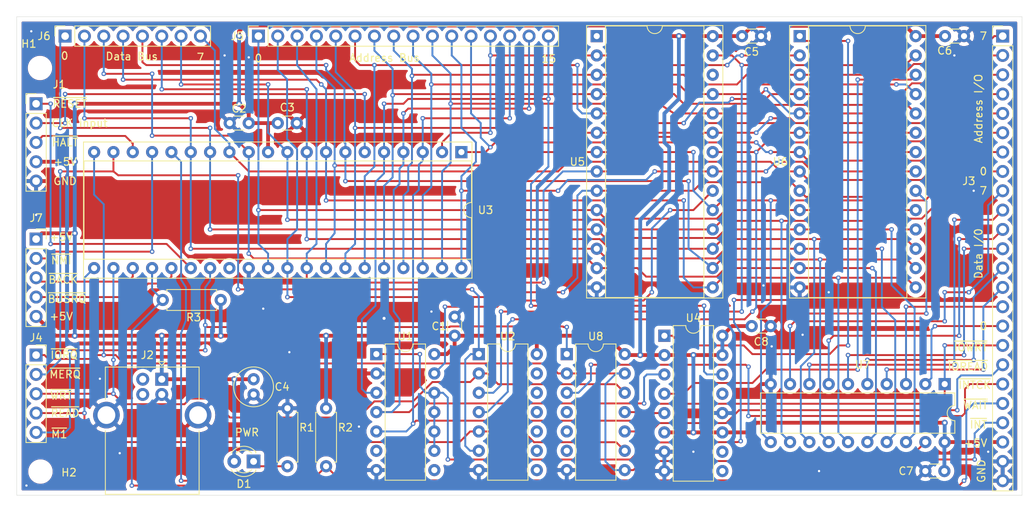
<source format=kicad_pcb>
(kicad_pcb (version 20171130) (host pcbnew "(5.1.4)-1")
  (layers (0 F.Cu signal) (31 B.Cu signal) (34 B.Paste user) (35 F.Paste user) (36 B.SilkS user) (37 F.SilkS user) (38 B.Mask user) (39 F.Mask user) (44 Edge.Cuts user))
  (net 0 "")
  (net 1 VCC)
  (net 2 GND)
  (net 3 /~RESET)
  (net 4 /CLOCK)
  (net 5 /~NMI)
  (net 6 /~M1)
  (net 7 /~HALT)
  (net 8 /I7)
  (net 9 /I6)
  (net 10 /I5)
  (net 11 /I4)
  (net 12 /I3)
  (net 13 /I2)
  (net 14 /I1)
  (net 15 /I0)
  (net 16 /A7)
  (net 17 /A6)
  (net 18 /A5)
  (net 19 /A4)
  (net 20 /A3)
  (net 21 /A2)
  (net 22 /A1)
  (net 23 /A0)
  (net 24 /~IORQ)
  (net 25 /~WAIT)
  (net 26 /~INT)
  (net 27 /A8)
  (net 28 /A9)
  (net 29 /A10)
  (net 30 /A11)
  (net 31 /A12)
  (net 32 /A13)
  (net 33 /A14)
  (net 34 /A15)
  (net 35 /D0)
  (net 36 /D1)
  (net 37 /D2)
  (net 38 /D3)
  (net 39 /D4)
  (net 40 /D5)
  (net 41 /D6)
  (net 42 /D7)
  (net 43 /~MERQ)
  (net 44 /~READ)
  (net 45 /~WRITE)
  (net 46 "Net-(U3-Pad28)")
  (net 47 "Net-(U4-Pad1)")
  (net 48 "Net-(U4-Pad9)")
  (net 49 "Net-(U4-Pad10)")
  (net 50 "Net-(U4-Pad4)")
  (net 51 "Net-(U4-Pad13)")
  (net 52 "Net-(U5-Pad1)")
  (net 53 "Net-(U5-Pad26)")
  (net 54 "Net-(J2-Pad2)")
  (net 55 "Net-(J2-Pad3)")
  (net 56 /~BUSACK)
  (net 57 /~BUSRQ)
  (net 58 /~IOREAD)
  (net 59 /~IOWRITE)
  (net 60 /~RAMEN)
  (net 61 /~ROMEN)
  (net 62 /~MEMREAD)
  (net 63 /~MEMWRITE)
  (net 64 "Net-(D1-Pad1)")
  (net 65 /~INTACK)
  (module Connector_PinSocket_2.54mm:PinSocket_1x05_P2.54mm_Vertical (layer F.Cu) (at 91.44 110.49)
    (fp_text reference J4 (at 0 -2.286) (layer F.SilkS))
    (fp_text value "Add Sig")
    (pad 5 thru_hole oval (at 0 10.16) (size 1.7 1.7) (drill 1) (layers *.Cu *.Mask) (net 6 /~M1))
    (pad 4 thru_hole oval (at 0 7.62) (size 1.7 1.7) (drill 1) (layers *.Cu *.Mask) (net 44 /~READ))
    (pad 3 thru_hole oval (at 0 5.08) (size 1.7 1.7) (drill 1) (layers *.Cu *.Mask) (net 45 /~WRITE))
    (pad 2 thru_hole oval (at 0 2.54) (size 1.7 1.7) (drill 1) (layers *.Cu *.Mask) (net 43 /~MERQ))
    (pad 1 thru_hole rect (at 0 0) (size 1.7 1.7) (drill 1) (layers *.Cu *.Mask) (net 24 /~IORQ))
  )
  (module Resistor_THT:R_Axial_DIN0207_L6.3mm_D2.5mm_P7.62mm_Horizontal (layer F.Cu) (at 129.54 117.475 270)
    (fp_text reference R2 (at 2.54 -2.54 180) (layer F.SilkS))
    (fp_text value 10k)
    (pad 1 thru_hole circle (at 0 0 270) (size 1.6 1.6) (drill 0.8) (layers *.Cu *.Mask) (net 1 VCC))
    (pad 2 thru_hole oval (at 7.62 0 270) (size 1.6 1.6) (drill 0.8) (layers *.Cu *.Mask) (net 26 /~INT))
  )
  (module MountingHole:MountingHole_2.2mm_M2 (layer F.Cu) (at 92.0115 125.7935)
    (fp_text reference H2 (at 3.7465 0.127) (layer F.SilkS))
    (fp_text value MountingHole)
    (pad 1 np_thru_hole circle (at 0 0) (size 2.2 2.2) (drill 2.2) (layers *.Cu *.Mask))
  )
  (module MountingHole:MountingHole_2.2mm_M2 (layer F.Cu) (at 91.948 72.771)
    (fp_text reference H1 (at -1.4605 -3.175) (layer F.SilkS))
    (fp_text value MountingHole)
    (pad 1 np_thru_hole circle (at 0 0) (size 2.2 2.2) (drill 2.2) (layers *.Cu *.Mask))
  )
  (module Package_DIP:DIP-40_W15.24mm_Socket (layer F.Cu) (at 147.32 83.82 270)
    (fp_text reference U3 (at 7.62 -3.175 180) (layer F.SilkS))
    (fp_text value Z80CPU)
    (pad 1 thru_hole rect (at 0 0 270) (size 1.6 1.6) (drill 0.8) (layers *.Cu *.Mask) (net 30 /A11))
    (pad 21 thru_hole oval (at 15.24 48.26 270) (size 1.6 1.6) (drill 0.8) (layers *.Cu *.Mask) (net 44 /~READ))
    (pad 2 thru_hole oval (at 0 2.54 270) (size 1.6 1.6) (drill 0.8) (layers *.Cu *.Mask) (net 31 /A12))
    (pad 22 thru_hole oval (at 15.24 45.72 270) (size 1.6 1.6) (drill 0.8) (layers *.Cu *.Mask) (net 45 /~WRITE))
    (pad 3 thru_hole oval (at 0 5.08 270) (size 1.6 1.6) (drill 0.8) (layers *.Cu *.Mask) (net 32 /A13))
    (pad 23 thru_hole oval (at 15.24 43.18 270) (size 1.6 1.6) (drill 0.8) (layers *.Cu *.Mask) (net 56 /~BUSACK))
    (pad 4 thru_hole oval (at 0 7.62 270) (size 1.6 1.6) (drill 0.8) (layers *.Cu *.Mask) (net 33 /A14))
    (pad 24 thru_hole oval (at 15.24 40.64 270) (size 1.6 1.6) (drill 0.8) (layers *.Cu *.Mask) (net 25 /~WAIT))
    (pad 5 thru_hole oval (at 0 10.16 270) (size 1.6 1.6) (drill 0.8) (layers *.Cu *.Mask) (net 34 /A15))
    (pad 25 thru_hole oval (at 15.24 38.1 270) (size 1.6 1.6) (drill 0.8) (layers *.Cu *.Mask) (net 57 /~BUSRQ))
    (pad 6 thru_hole oval (at 0 12.7 270) (size 1.6 1.6) (drill 0.8) (layers *.Cu *.Mask) (net 4 /CLOCK))
    (pad 26 thru_hole oval (at 15.24 35.56 270) (size 1.6 1.6) (drill 0.8) (layers *.Cu *.Mask) (net 3 /~RESET))
    (pad 7 thru_hole oval (at 0 15.24 270) (size 1.6 1.6) (drill 0.8) (layers *.Cu *.Mask) (net 39 /D4))
    (pad 27 thru_hole oval (at 15.24 33.02 270) (size 1.6 1.6) (drill 0.8) (layers *.Cu *.Mask) (net 6 /~M1))
    (pad 8 thru_hole oval (at 0 17.78 270) (size 1.6 1.6) (drill 0.8) (layers *.Cu *.Mask) (net 38 /D3))
    (pad 28 thru_hole oval (at 15.24 30.48 270) (size 1.6 1.6) (drill 0.8) (layers *.Cu *.Mask) (net 46 "Net-(U3-Pad28)"))
    (pad 9 thru_hole oval (at 0 20.32 270) (size 1.6 1.6) (drill 0.8) (layers *.Cu *.Mask) (net 40 /D5))
    (pad 29 thru_hole oval (at 15.24 27.94 270) (size 1.6 1.6) (drill 0.8) (layers *.Cu *.Mask) (net 2 GND))
    (pad 10 thru_hole oval (at 0 22.86 270) (size 1.6 1.6) (drill 0.8) (layers *.Cu *.Mask) (net 41 /D6))
    (pad 30 thru_hole oval (at 15.24 25.4 270) (size 1.6 1.6) (drill 0.8) (layers *.Cu *.Mask) (net 23 /A0))
    (pad 11 thru_hole oval (at 0 25.4 270) (size 1.6 1.6) (drill 0.8) (layers *.Cu *.Mask) (net 1 VCC))
    (pad 31 thru_hole oval (at 15.24 22.86 270) (size 1.6 1.6) (drill 0.8) (layers *.Cu *.Mask) (net 22 /A1))
    (pad 12 thru_hole oval (at 0 27.94 270) (size 1.6 1.6) (drill 0.8) (layers *.Cu *.Mask) (net 37 /D2))
    (pad 32 thru_hole oval (at 15.24 20.32 270) (size 1.6 1.6) (drill 0.8) (layers *.Cu *.Mask) (net 21 /A2))
    (pad 13 thru_hole oval (at 0 30.48 270) (size 1.6 1.6) (drill 0.8) (layers *.Cu *.Mask) (net 42 /D7))
    (pad 33 thru_hole oval (at 15.24 17.78 270) (size 1.6 1.6) (drill 0.8) (layers *.Cu *.Mask) (net 20 /A3))
    (pad 14 thru_hole oval (at 0 33.02 270) (size 1.6 1.6) (drill 0.8) (layers *.Cu *.Mask) (net 35 /D0))
    (pad 34 thru_hole oval (at 15.24 15.24 270) (size 1.6 1.6) (drill 0.8) (layers *.Cu *.Mask) (net 19 /A4))
    (pad 15 thru_hole oval (at 0 35.56 270) (size 1.6 1.6) (drill 0.8) (layers *.Cu *.Mask) (net 36 /D1))
    (pad 35 thru_hole oval (at 15.24 12.7 270) (size 1.6 1.6) (drill 0.8) (layers *.Cu *.Mask) (net 18 /A5))
    (pad 16 thru_hole oval (at 0 38.1 270) (size 1.6 1.6) (drill 0.8) (layers *.Cu *.Mask) (net 26 /~INT))
    (pad 36 thru_hole oval (at 15.24 10.16 270) (size 1.6 1.6) (drill 0.8) (layers *.Cu *.Mask) (net 17 /A6))
    (pad 17 thru_hole oval (at 0 40.64 270) (size 1.6 1.6) (drill 0.8) (layers *.Cu *.Mask) (net 5 /~NMI))
    (pad 37 thru_hole oval (at 15.24 7.62 270) (size 1.6 1.6) (drill 0.8) (layers *.Cu *.Mask) (net 16 /A7))
    (pad 18 thru_hole oval (at 0 43.18 270) (size 1.6 1.6) (drill 0.8) (layers *.Cu *.Mask) (net 7 /~HALT))
    (pad 38 thru_hole oval (at 15.24 5.08 270) (size 1.6 1.6) (drill 0.8) (layers *.Cu *.Mask) (net 27 /A8))
    (pad 19 thru_hole oval (at 0 45.72 270) (size 1.6 1.6) (drill 0.8) (layers *.Cu *.Mask) (net 43 /~MERQ))
    (pad 39 thru_hole oval (at 15.24 2.54 270) (size 1.6 1.6) (drill 0.8) (layers *.Cu *.Mask) (net 28 /A9))
    (pad 20 thru_hole oval (at 0 48.26 270) (size 1.6 1.6) (drill 0.8) (layers *.Cu *.Mask) (net 24 /~IORQ))
    (pad 40 thru_hole oval (at 15.24 0 270) (size 1.6 1.6) (drill 0.8) (layers *.Cu *.Mask) (net 29 /A10))
  )
  (module Connector_USB:USB_B_OST_USB-B1HSxx_Horizontal (layer F.Cu) (at 107.95 113.665 270)
    (fp_text reference J2 (at -3.175 1.905 180) (layer F.SilkS))
    (fp_text value USB_B)
    (pad 1 thru_hole rect (at 0 0 270) (size 1.7 1.7) (drill 0.92) (layers *.Cu *.Mask) (net 1 VCC))
    (pad 2 thru_hole circle (at 0 2.5 270) (size 1.7 1.7) (drill 0.92) (layers *.Cu *.Mask) (net 54 "Net-(J2-Pad2)"))
    (pad 3 thru_hole circle (at 2 2.5 270) (size 1.7 1.7) (drill 0.92) (layers *.Cu *.Mask) (net 55 "Net-(J2-Pad3)"))
    (pad 4 thru_hole circle (at 2 0 270) (size 1.7 1.7) (drill 0.92) (layers *.Cu *.Mask) (net 2 GND))
    (pad 5 thru_hole circle (at 4.71 -4.77 270) (size 3.5 3.5) (drill 2.33) (layers *.Cu *.Mask) (net 2 GND))
    (pad 5 thru_hole circle (at 4.71 7.27 270) (size 3.5 3.5) (drill 2.33) (layers *.Cu *.Mask) (net 2 GND))
  )
  (module Capacitor_THT:C_Disc_D3.0mm_W1.6mm_P2.50mm (layer F.Cu) (at 146.431 107.95 90)
    (fp_text reference C1 (at 1.25 -2.05 180) (layer F.SilkS))
    (fp_text value 47n)
    (pad 1 thru_hole circle (at 0 0 90) (size 1.6 1.6) (drill 0.8) (layers *.Cu *.Mask) (net 1 VCC))
    (pad 2 thru_hole circle (at 2.5 0 90) (size 1.6 1.6) (drill 0.8) (layers *.Cu *.Mask) (net 2 GND))
  )
  (module Capacitor_THT:C_Disc_D3.0mm_W1.6mm_P2.50mm (layer F.Cu) (at 119.38 80.01 180)
    (fp_text reference C2 (at 1.27 1.905) (layer F.SilkS))
    (fp_text value 47n)
    (pad 1 thru_hole circle (at 0 0 180) (size 1.6 1.6) (drill 0.8) (layers *.Cu *.Mask) (net 1 VCC))
    (pad 2 thru_hole circle (at 2.5 0 180) (size 1.6 1.6) (drill 0.8) (layers *.Cu *.Mask) (net 2 GND))
  )
  (module Capacitor_THT:C_Disc_D3.0mm_W1.6mm_P2.50mm (layer F.Cu) (at 123.19 80.01)
    (fp_text reference C3 (at 1.25 -2.05) (layer F.SilkS))
    (fp_text value 47n)
    (pad 1 thru_hole circle (at 0 0) (size 1.6 1.6) (drill 0.8) (layers *.Cu *.Mask) (net 1 VCC))
    (pad 2 thru_hole circle (at 2.5 0) (size 1.6 1.6) (drill 0.8) (layers *.Cu *.Mask) (net 2 GND))
  )
  (module Capacitor_THT:C_Radial_D5.0mm_H11.0mm_P2.00mm (layer F.Cu) (at 120.015 113.665 270)
    (fp_text reference C4 (at 1 -3.75 180) (layer F.SilkS))
    (fp_text value 22u)
    (pad 1 thru_hole circle (at 0 0 270) (size 1.6 1.6) (drill 0.8) (layers *.Cu *.Mask) (net 1 VCC))
    (pad 2 thru_hole circle (at 2 0 270) (size 1.6 1.6) (drill 0.8) (layers *.Cu *.Mask) (net 2 GND))
  )
  (module Capacitor_THT:C_Disc_D3.0mm_W1.6mm_P2.50mm (layer F.Cu) (at 186.69 68.58 180)
    (fp_text reference C5 (at 1.25 -2.05) (layer F.SilkS))
    (fp_text value 47n)
    (pad 2 thru_hole circle (at 2.5 0 180) (size 1.6 1.6) (drill 0.8) (layers *.Cu *.Mask) (net 1 VCC))
    (pad 1 thru_hole circle (at 0 0 180) (size 1.6 1.6) (drill 0.8) (layers *.Cu *.Mask) (net 2 GND))
  )
  (module Capacitor_THT:C_Disc_D3.0mm_W1.6mm_P2.50mm (layer F.Cu) (at 213.36 68.58 180)
    (fp_text reference C6 (at 2.54 -1.905) (layer F.SilkS))
    (fp_text value 47n)
    (pad 1 thru_hole circle (at 0 0 180) (size 1.6 1.6) (drill 0.8) (layers *.Cu *.Mask) (net 2 GND))
    (pad 2 thru_hole circle (at 2.5 0 180) (size 1.6 1.6) (drill 0.8) (layers *.Cu *.Mask) (net 1 VCC))
  )
  (module Capacitor_THT:C_Disc_D3.0mm_W1.6mm_P2.50mm (layer F.Cu) (at 208.28 125.73)
    (fp_text reference C7 (at -2.54 0) (layer F.SilkS))
    (fp_text value 47n)
    (pad 2 thru_hole circle (at 2.5 0) (size 1.6 1.6) (drill 0.8) (layers *.Cu *.Mask) (net 1 VCC))
    (pad 1 thru_hole circle (at 0 0) (size 1.6 1.6) (drill 0.8) (layers *.Cu *.Mask) (net 2 GND))
  )
  (module Capacitor_THT:C_Disc_D3.0mm_W1.6mm_P2.50mm (layer F.Cu) (at 187.96 106.68 180)
    (fp_text reference C8 (at 1.25 -2.05) (layer F.SilkS))
    (fp_text value 47n)
    (pad 2 thru_hole circle (at 2.5 0 180) (size 1.6 1.6) (drill 0.8) (layers *.Cu *.Mask) (net 1 VCC))
    (pad 1 thru_hole circle (at 0 0 180) (size 1.6 1.6) (drill 0.8) (layers *.Cu *.Mask) (net 2 GND))
  )
  (module Connector_PinHeader_2.54mm:PinHeader_1x24_P2.54mm_Vertical (layer F.Cu) (at 218.44 68.58)
    (fp_text reference J3 (at -4.445 19.05) (layer F.SilkS))
    (fp_text value "IO Port")
    (pad 1 thru_hole rect (at 0 0) (size 1.7 1.7) (drill 1) (layers *.Cu *.Mask) (net 16 /A7))
    (pad 2 thru_hole oval (at 0 2.54) (size 1.7 1.7) (drill 1) (layers *.Cu *.Mask) (net 17 /A6))
    (pad 3 thru_hole oval (at 0 5.08) (size 1.7 1.7) (drill 1) (layers *.Cu *.Mask) (net 18 /A5))
    (pad 4 thru_hole oval (at 0 7.62) (size 1.7 1.7) (drill 1) (layers *.Cu *.Mask) (net 19 /A4))
    (pad 5 thru_hole oval (at 0 10.16) (size 1.7 1.7) (drill 1) (layers *.Cu *.Mask) (net 20 /A3))
    (pad 6 thru_hole oval (at 0 12.7) (size 1.7 1.7) (drill 1) (layers *.Cu *.Mask) (net 21 /A2))
    (pad 7 thru_hole oval (at 0 15.24) (size 1.7 1.7) (drill 1) (layers *.Cu *.Mask) (net 22 /A1))
    (pad 8 thru_hole oval (at 0 17.78) (size 1.7 1.7) (drill 1) (layers *.Cu *.Mask) (net 23 /A0))
    (pad 9 thru_hole oval (at 0 20.32) (size 1.7 1.7) (drill 1) (layers *.Cu *.Mask) (net 8 /I7))
    (pad 10 thru_hole oval (at 0 22.86) (size 1.7 1.7) (drill 1) (layers *.Cu *.Mask) (net 9 /I6))
    (pad 11 thru_hole oval (at 0 25.4) (size 1.7 1.7) (drill 1) (layers *.Cu *.Mask) (net 10 /I5))
    (pad 12 thru_hole oval (at 0 27.94) (size 1.7 1.7) (drill 1) (layers *.Cu *.Mask) (net 11 /I4))
    (pad 13 thru_hole oval (at 0 30.48) (size 1.7 1.7) (drill 1) (layers *.Cu *.Mask) (net 12 /I3))
    (pad 14 thru_hole oval (at 0 33.02) (size 1.7 1.7) (drill 1) (layers *.Cu *.Mask) (net 13 /I2))
    (pad 15 thru_hole oval (at 0 35.56) (size 1.7 1.7) (drill 1) (layers *.Cu *.Mask) (net 14 /I1))
    (pad 16 thru_hole oval (at 0 38.1) (size 1.7 1.7) (drill 1) (layers *.Cu *.Mask) (net 15 /I0))
    (pad 17 thru_hole oval (at 0 40.64) (size 1.7 1.7) (drill 1) (layers *.Cu *.Mask) (net 59 /~IOWRITE))
    (pad 18 thru_hole oval (at 0 43.18) (size 1.7 1.7) (drill 1) (layers *.Cu *.Mask) (net 58 /~IOREAD))
    (pad 19 thru_hole oval (at 0 45.72) (size 1.7 1.7) (drill 1) (layers *.Cu *.Mask) (net 65 /~INTACK))
    (pad 20 thru_hole oval (at 0 48.26) (size 1.7 1.7) (drill 1) (layers *.Cu *.Mask) (net 25 /~WAIT))
    (pad 21 thru_hole oval (at 0 50.8) (size 1.7 1.7) (drill 1) (layers *.Cu *.Mask) (net 26 /~INT))
    (pad 22 thru_hole oval (at 0 53.34) (size 1.7 1.7) (drill 1) (layers *.Cu *.Mask) (net 1 VCC))
    (pad 23 thru_hole oval (at 0 55.88) (size 1.7 1.7) (drill 1) (layers *.Cu *.Mask) (net 2 GND))
    (pad 24 thru_hole oval (at 0 58.42) (size 1.7 1.7) (drill 1) (layers *.Cu *.Mask) (net 2 GND))
  )
  (module Connector_PinSocket_2.54mm:PinSocket_1x16_P2.54mm_Vertical (layer F.Cu) (at 120.65 68.58 90)
    (fp_text reference J5 (at 0 -2.77 180) (layer F.SilkS))
    (fp_text value "Address Bus")
    (pad 1 thru_hole rect (at 0 0 90) (size 1.7 1.7) (drill 1) (layers *.Cu *.Mask) (net 23 /A0))
    (pad 2 thru_hole oval (at 0 2.54 90) (size 1.7 1.7) (drill 1) (layers *.Cu *.Mask) (net 22 /A1))
    (pad 3 thru_hole oval (at 0 5.08 90) (size 1.7 1.7) (drill 1) (layers *.Cu *.Mask) (net 21 /A2))
    (pad 4 thru_hole oval (at 0 7.62 90) (size 1.7 1.7) (drill 1) (layers *.Cu *.Mask) (net 20 /A3))
    (pad 5 thru_hole oval (at 0 10.16 90) (size 1.7 1.7) (drill 1) (layers *.Cu *.Mask) (net 19 /A4))
    (pad 6 thru_hole oval (at 0 12.7 90) (size 1.7 1.7) (drill 1) (layers *.Cu *.Mask) (net 18 /A5))
    (pad 7 thru_hole oval (at 0 15.24 90) (size 1.7 1.7) (drill 1) (layers *.Cu *.Mask) (net 17 /A6))
    (pad 8 thru_hole oval (at 0 17.78 90) (size 1.7 1.7) (drill 1) (layers *.Cu *.Mask) (net 16 /A7))
    (pad 9 thru_hole oval (at 0 20.32 90) (size 1.7 1.7) (drill 1) (layers *.Cu *.Mask) (net 27 /A8))
    (pad 10 thru_hole oval (at 0 22.86 90) (size 1.7 1.7) (drill 1) (layers *.Cu *.Mask) (net 28 /A9))
    (pad 11 thru_hole oval (at 0 25.4 90) (size 1.7 1.7) (drill 1) (layers *.Cu *.Mask) (net 29 /A10))
    (pad 12 thru_hole oval (at 0 27.94 90) (size 1.7 1.7) (drill 1) (layers *.Cu *.Mask) (net 30 /A11))
    (pad 13 thru_hole oval (at 0 30.48 90) (size 1.7 1.7) (drill 1) (layers *.Cu *.Mask) (net 31 /A12))
    (pad 14 thru_hole oval (at 0 33.02 90) (size 1.7 1.7) (drill 1) (layers *.Cu *.Mask) (net 32 /A13))
    (pad 15 thru_hole oval (at 0 35.56 90) (size 1.7 1.7) (drill 1) (layers *.Cu *.Mask) (net 33 /A14))
    (pad 16 thru_hole oval (at 0 38.1 90) (size 1.7 1.7) (drill 1) (layers *.Cu *.Mask) (net 34 /A15))
  )
  (module Connector_PinSocket_2.54mm:PinSocket_1x08_P2.54mm_Vertical (layer F.Cu) (at 95.25 68.58 90)
    (fp_text reference J6 (at 0 -2.77 180) (layer F.SilkS))
    (fp_text value "Data Bus")
    (pad 1 thru_hole rect (at 0 0 90) (size 1.7 1.7) (drill 1) (layers *.Cu *.Mask) (net 35 /D0))
    (pad 2 thru_hole oval (at 0 2.54 90) (size 1.7 1.7) (drill 1) (layers *.Cu *.Mask) (net 36 /D1))
    (pad 3 thru_hole oval (at 0 5.08 90) (size 1.7 1.7) (drill 1) (layers *.Cu *.Mask) (net 37 /D2))
    (pad 4 thru_hole oval (at 0 7.62 90) (size 1.7 1.7) (drill 1) (layers *.Cu *.Mask) (net 38 /D3))
    (pad 5 thru_hole oval (at 0 10.16 90) (size 1.7 1.7) (drill 1) (layers *.Cu *.Mask) (net 39 /D4))
    (pad 6 thru_hole oval (at 0 12.7 90) (size 1.7 1.7) (drill 1) (layers *.Cu *.Mask) (net 40 /D5))
    (pad 7 thru_hole oval (at 0 15.24 90) (size 1.7 1.7) (drill 1) (layers *.Cu *.Mask) (net 41 /D6))
    (pad 8 thru_hole oval (at 0 17.78 90) (size 1.7 1.7) (drill 1) (layers *.Cu *.Mask) (net 42 /D7))
  )
  (module Package_DIP:DIP-14_W7.62mm (layer F.Cu) (at 136.144 110.363)
    (fp_text reference U1 (at 3.81 -2.33) (layer F.SilkS))
    (fp_text value 4002)
    (pad 1 thru_hole rect (at 0 0) (size 1.6 1.6) (drill 0.8) (layers *.Cu *.Mask) (net 60 /~RAMEN))
    (pad 8 thru_hole oval (at 7.62 15.24) (size 1.6 1.6) (drill 0.8) (layers *.Cu *.Mask))
    (pad 2 thru_hole oval (at 0 2.54) (size 1.6 1.6) (drill 0.8) (layers *.Cu *.Mask) (net 2 GND))
    (pad 9 thru_hole oval (at 7.62 12.7) (size 1.6 1.6) (drill 0.8) (layers *.Cu *.Mask) (net 60 /~RAMEN))
    (pad 3 thru_hole oval (at 0 5.08) (size 1.6 1.6) (drill 0.8) (layers *.Cu *.Mask) (net 34 /A15))
    (pad 10 thru_hole oval (at 7.62 10.16) (size 1.6 1.6) (drill 0.8) (layers *.Cu *.Mask) (net 60 /~RAMEN))
    (pad 4 thru_hole oval (at 0 7.62) (size 1.6 1.6) (drill 0.8) (layers *.Cu *.Mask) (net 33 /A14))
    (pad 11 thru_hole oval (at 7.62 7.62) (size 1.6 1.6) (drill 0.8) (layers *.Cu *.Mask) (net 60 /~RAMEN))
    (pad 5 thru_hole oval (at 0 10.16) (size 1.6 1.6) (drill 0.8) (layers *.Cu *.Mask) (net 32 /A13))
    (pad 12 thru_hole oval (at 7.62 5.08) (size 1.6 1.6) (drill 0.8) (layers *.Cu *.Mask) (net 60 /~RAMEN))
    (pad 6 thru_hole oval (at 0 12.7) (size 1.6 1.6) (drill 0.8) (layers *.Cu *.Mask))
    (pad 13 thru_hole oval (at 7.62 2.54) (size 1.6 1.6) (drill 0.8) (layers *.Cu *.Mask) (net 61 /~ROMEN))
    (pad 7 thru_hole oval (at 0 15.24) (size 1.6 1.6) (drill 0.8) (layers *.Cu *.Mask) (net 2 GND))
    (pad 14 thru_hole oval (at 7.62 0) (size 1.6 1.6) (drill 0.8) (layers *.Cu *.Mask) (net 1 VCC))
  )
  (module Package_DIP:DIP-14_W7.62mm (layer F.Cu) (at 149.606 110.363)
    (fp_text reference U2 (at 3.81 -2.33) (layer F.SilkS))
    (fp_text value 4071)
    (pad 14 thru_hole oval (at 7.62 0) (size 1.6 1.6) (drill 0.8) (layers *.Cu *.Mask) (net 1 VCC))
    (pad 7 thru_hole oval (at 0 15.24) (size 1.6 1.6) (drill 0.8) (layers *.Cu *.Mask) (net 2 GND))
    (pad 13 thru_hole oval (at 7.62 2.54) (size 1.6 1.6) (drill 0.8) (layers *.Cu *.Mask))
    (pad 6 thru_hole oval (at 0 12.7) (size 1.6 1.6) (drill 0.8) (layers *.Cu *.Mask) (net 43 /~MERQ))
    (pad 12 thru_hole oval (at 7.62 5.08) (size 1.6 1.6) (drill 0.8) (layers *.Cu *.Mask))
    (pad 5 thru_hole oval (at 0 10.16) (size 1.6 1.6) (drill 0.8) (layers *.Cu *.Mask) (net 44 /~READ))
    (pad 11 thru_hole oval (at 7.62 7.62) (size 1.6 1.6) (drill 0.8) (layers *.Cu *.Mask))
    (pad 4 thru_hole oval (at 0 7.62) (size 1.6 1.6) (drill 0.8) (layers *.Cu *.Mask) (net 62 /~MEMREAD))
    (pad 10 thru_hole oval (at 7.62 10.16) (size 1.6 1.6) (drill 0.8) (layers *.Cu *.Mask))
    (pad 3 thru_hole oval (at 0 5.08) (size 1.6 1.6) (drill 0.8) (layers *.Cu *.Mask) (net 63 /~MEMWRITE))
    (pad 9 thru_hole oval (at 7.62 12.7) (size 1.6 1.6) (drill 0.8) (layers *.Cu *.Mask))
    (pad 2 thru_hole oval (at 0 2.54) (size 1.6 1.6) (drill 0.8) (layers *.Cu *.Mask) (net 45 /~WRITE))
    (pad 8 thru_hole oval (at 7.62 15.24) (size 1.6 1.6) (drill 0.8) (layers *.Cu *.Mask))
    (pad 1 thru_hole rect (at 0 0) (size 1.6 1.6) (drill 0.8) (layers *.Cu *.Mask) (net 43 /~MERQ))
  )
  (module Package_DIP:DIP-16_W7.62mm (layer F.Cu) (at 173.99 107.95)
    (fp_text reference U4 (at 3.81 -2.33) (layer F.SilkS))
    (fp_text value 74LS283)
    (pad 1 thru_hole rect (at 0 0) (size 1.6 1.6) (drill 0.8) (layers *.Cu *.Mask) (net 47 "Net-(U4-Pad1)"))
    (pad 9 thru_hole oval (at 7.62 17.78) (size 1.6 1.6) (drill 0.8) (layers *.Cu *.Mask) (net 48 "Net-(U4-Pad9)"))
    (pad 2 thru_hole oval (at 0 2.54) (size 1.6 1.6) (drill 0.8) (layers *.Cu *.Mask) (net 1 VCC))
    (pad 10 thru_hole oval (at 7.62 15.24) (size 1.6 1.6) (drill 0.8) (layers *.Cu *.Mask) (net 49 "Net-(U4-Pad10)"))
    (pad 3 thru_hole oval (at 0 5.08) (size 1.6 1.6) (drill 0.8) (layers *.Cu *.Mask) (net 33 /A14))
    (pad 11 thru_hole oval (at 7.62 12.7) (size 1.6 1.6) (drill 0.8) (layers *.Cu *.Mask) (net 1 VCC))
    (pad 4 thru_hole oval (at 0 7.62) (size 1.6 1.6) (drill 0.8) (layers *.Cu *.Mask) (net 50 "Net-(U4-Pad4)"))
    (pad 12 thru_hole oval (at 7.62 10.16) (size 1.6 1.6) (drill 0.8) (layers *.Cu *.Mask) (net 2 GND))
    (pad 5 thru_hole oval (at 0 10.16) (size 1.6 1.6) (drill 0.8) (layers *.Cu *.Mask) (net 32 /A13))
    (pad 13 thru_hole oval (at 7.62 7.62) (size 1.6 1.6) (drill 0.8) (layers *.Cu *.Mask) (net 51 "Net-(U4-Pad13)"))
    (pad 6 thru_hole oval (at 0 12.7) (size 1.6 1.6) (drill 0.8) (layers *.Cu *.Mask) (net 1 VCC))
    (pad 14 thru_hole oval (at 7.62 5.08) (size 1.6 1.6) (drill 0.8) (layers *.Cu *.Mask) (net 34 /A15))
    (pad 7 thru_hole oval (at 0 15.24) (size 1.6 1.6) (drill 0.8) (layers *.Cu *.Mask) (net 2 GND))
    (pad 15 thru_hole oval (at 7.62 2.54) (size 1.6 1.6) (drill 0.8) (layers *.Cu *.Mask) (net 1 VCC))
    (pad 8 thru_hole oval (at 0 17.78) (size 1.6 1.6) (drill 0.8) (layers *.Cu *.Mask) (net 2 GND))
    (pad 16 thru_hole oval (at 7.62 0) (size 1.6 1.6) (drill 0.8) (layers *.Cu *.Mask) (net 1 VCC))
  )
  (module Package_DIP:DIP-28_W15.24mm_Socket (layer F.Cu) (at 165.1 68.58)
    (fp_text reference U5 (at -2.54 16.51 180) (layer F.SilkS))
    (fp_text value AT28C64B15PU)
    (pad 1 thru_hole rect (at 0 0) (size 1.6 1.6) (drill 0.8) (layers *.Cu *.Mask) (net 52 "Net-(U5-Pad1)"))
    (pad 15 thru_hole oval (at 15.24 33.02) (size 1.6 1.6) (drill 0.8) (layers *.Cu *.Mask) (net 38 /D3))
    (pad 2 thru_hole oval (at 0 2.54) (size 1.6 1.6) (drill 0.8) (layers *.Cu *.Mask) (net 31 /A12))
    (pad 16 thru_hole oval (at 15.24 30.48) (size 1.6 1.6) (drill 0.8) (layers *.Cu *.Mask) (net 39 /D4))
    (pad 3 thru_hole oval (at 0 5.08) (size 1.6 1.6) (drill 0.8) (layers *.Cu *.Mask) (net 16 /A7))
    (pad 17 thru_hole oval (at 15.24 27.94) (size 1.6 1.6) (drill 0.8) (layers *.Cu *.Mask) (net 40 /D5))
    (pad 4 thru_hole oval (at 0 7.62) (size 1.6 1.6) (drill 0.8) (layers *.Cu *.Mask) (net 17 /A6))
    (pad 18 thru_hole oval (at 15.24 25.4) (size 1.6 1.6) (drill 0.8) (layers *.Cu *.Mask) (net 41 /D6))
    (pad 5 thru_hole oval (at 0 10.16) (size 1.6 1.6) (drill 0.8) (layers *.Cu *.Mask) (net 18 /A5))
    (pad 19 thru_hole oval (at 15.24 22.86) (size 1.6 1.6) (drill 0.8) (layers *.Cu *.Mask) (net 42 /D7))
    (pad 6 thru_hole oval (at 0 12.7) (size 1.6 1.6) (drill 0.8) (layers *.Cu *.Mask) (net 19 /A4))
    (pad 20 thru_hole oval (at 15.24 20.32) (size 1.6 1.6) (drill 0.8) (layers *.Cu *.Mask) (net 61 /~ROMEN))
    (pad 7 thru_hole oval (at 0 15.24) (size 1.6 1.6) (drill 0.8) (layers *.Cu *.Mask) (net 20 /A3))
    (pad 21 thru_hole oval (at 15.24 17.78) (size 1.6 1.6) (drill 0.8) (layers *.Cu *.Mask) (net 29 /A10))
    (pad 8 thru_hole oval (at 0 17.78) (size 1.6 1.6) (drill 0.8) (layers *.Cu *.Mask) (net 21 /A2))
    (pad 22 thru_hole oval (at 15.24 15.24) (size 1.6 1.6) (drill 0.8) (layers *.Cu *.Mask) (net 62 /~MEMREAD))
    (pad 9 thru_hole oval (at 0 20.32) (size 1.6 1.6) (drill 0.8) (layers *.Cu *.Mask) (net 22 /A1))
    (pad 23 thru_hole oval (at 15.24 12.7) (size 1.6 1.6) (drill 0.8) (layers *.Cu *.Mask) (net 30 /A11))
    (pad 10 thru_hole oval (at 0 22.86) (size 1.6 1.6) (drill 0.8) (layers *.Cu *.Mask) (net 23 /A0))
    (pad 24 thru_hole oval (at 15.24 10.16) (size 1.6 1.6) (drill 0.8) (layers *.Cu *.Mask) (net 28 /A9))
    (pad 11 thru_hole oval (at 0 25.4) (size 1.6 1.6) (drill 0.8) (layers *.Cu *.Mask) (net 35 /D0))
    (pad 25 thru_hole oval (at 15.24 7.62) (size 1.6 1.6) (drill 0.8) (layers *.Cu *.Mask) (net 27 /A8))
    (pad 12 thru_hole oval (at 0 27.94) (size 1.6 1.6) (drill 0.8) (layers *.Cu *.Mask) (net 36 /D1))
    (pad 26 thru_hole oval (at 15.24 5.08) (size 1.6 1.6) (drill 0.8) (layers *.Cu *.Mask) (net 53 "Net-(U5-Pad26)"))
    (pad 13 thru_hole oval (at 0 30.48) (size 1.6 1.6) (drill 0.8) (layers *.Cu *.Mask) (net 37 /D2))
    (pad 27 thru_hole oval (at 15.24 2.54) (size 1.6 1.6) (drill 0.8) (layers *.Cu *.Mask) (net 63 /~MEMWRITE))
    (pad 14 thru_hole oval (at 0 33.02) (size 1.6 1.6) (drill 0.8) (layers *.Cu *.Mask) (net 2 GND))
    (pad 28 thru_hole oval (at 15.24 0) (size 1.6 1.6) (drill 0.8) (layers *.Cu *.Mask) (net 1 VCC))
  )
  (module Package_DIP:DIP-28_W15.24mm_Socket (layer F.Cu) (at 191.77 68.58)
    (fp_text reference U6 (at -2.54 16.51) (layer F.SilkS))
    (fp_text value HM62256LP-8)
    (pad 28 thru_hole oval (at 15.24 0) (size 1.6 1.6) (drill 0.8) (layers *.Cu *.Mask) (net 1 VCC))
    (pad 14 thru_hole oval (at 0 33.02) (size 1.6 1.6) (drill 0.8) (layers *.Cu *.Mask) (net 2 GND))
    (pad 27 thru_hole oval (at 15.24 2.54) (size 1.6 1.6) (drill 0.8) (layers *.Cu *.Mask) (net 63 /~MEMWRITE))
    (pad 13 thru_hole oval (at 0 30.48) (size 1.6 1.6) (drill 0.8) (layers *.Cu *.Mask) (net 37 /D2))
    (pad 26 thru_hole oval (at 15.24 5.08) (size 1.6 1.6) (drill 0.8) (layers *.Cu *.Mask) (net 50 "Net-(U4-Pad4)"))
    (pad 12 thru_hole oval (at 0 27.94) (size 1.6 1.6) (drill 0.8) (layers *.Cu *.Mask) (net 36 /D1))
    (pad 25 thru_hole oval (at 15.24 7.62) (size 1.6 1.6) (drill 0.8) (layers *.Cu *.Mask) (net 27 /A8))
    (pad 11 thru_hole oval (at 0 25.4) (size 1.6 1.6) (drill 0.8) (layers *.Cu *.Mask) (net 35 /D0))
    (pad 24 thru_hole oval (at 15.24 10.16) (size 1.6 1.6) (drill 0.8) (layers *.Cu *.Mask) (net 28 /A9))
    (pad 10 thru_hole oval (at 0 22.86) (size 1.6 1.6) (drill 0.8) (layers *.Cu *.Mask) (net 23 /A0))
    (pad 23 thru_hole oval (at 15.24 12.7) (size 1.6 1.6) (drill 0.8) (layers *.Cu *.Mask) (net 30 /A11))
    (pad 9 thru_hole oval (at 0 20.32) (size 1.6 1.6) (drill 0.8) (layers *.Cu *.Mask) (net 22 /A1))
    (pad 22 thru_hole oval (at 15.24 15.24) (size 1.6 1.6) (drill 0.8) (layers *.Cu *.Mask) (net 62 /~MEMREAD))
    (pad 8 thru_hole oval (at 0 17.78) (size 1.6 1.6) (drill 0.8) (layers *.Cu *.Mask) (net 21 /A2))
    (pad 21 thru_hole oval (at 15.24 17.78) (size 1.6 1.6) (drill 0.8) (layers *.Cu *.Mask) (net 29 /A10))
    (pad 7 thru_hole oval (at 0 15.24) (size 1.6 1.6) (drill 0.8) (layers *.Cu *.Mask) (net 20 /A3))
    (pad 20 thru_hole oval (at 15.24 20.32) (size 1.6 1.6) (drill 0.8) (layers *.Cu *.Mask) (net 60 /~RAMEN))
    (pad 6 thru_hole oval (at 0 12.7) (size 1.6 1.6) (drill 0.8) (layers *.Cu *.Mask) (net 19 /A4))
    (pad 19 thru_hole oval (at 15.24 22.86) (size 1.6 1.6) (drill 0.8) (layers *.Cu *.Mask) (net 42 /D7))
    (pad 5 thru_hole oval (at 0 10.16) (size 1.6 1.6) (drill 0.8) (layers *.Cu *.Mask) (net 18 /A5))
    (pad 18 thru_hole oval (at 15.24 25.4) (size 1.6 1.6) (drill 0.8) (layers *.Cu *.Mask) (net 41 /D6))
    (pad 4 thru_hole oval (at 0 7.62) (size 1.6 1.6) (drill 0.8) (layers *.Cu *.Mask) (net 17 /A6))
    (pad 17 thru_hole oval (at 15.24 27.94) (size 1.6 1.6) (drill 0.8) (layers *.Cu *.Mask) (net 40 /D5))
    (pad 3 thru_hole oval (at 0 5.08) (size 1.6 1.6) (drill 0.8) (layers *.Cu *.Mask) (net 16 /A7))
    (pad 16 thru_hole oval (at 15.24 30.48) (size 1.6 1.6) (drill 0.8) (layers *.Cu *.Mask) (net 39 /D4))
    (pad 2 thru_hole oval (at 0 2.54) (size 1.6 1.6) (drill 0.8) (layers *.Cu *.Mask) (net 31 /A12))
    (pad 15 thru_hole oval (at 15.24 33.02) (size 1.6 1.6) (drill 0.8) (layers *.Cu *.Mask) (net 38 /D3))
    (pad 1 thru_hole rect (at 0 0) (size 1.6 1.6) (drill 0.8) (layers *.Cu *.Mask) (net 47 "Net-(U4-Pad1)"))
  )
  (module Package_DIP:DIP-20_W7.62mm (layer F.Cu) (at 210.82 114.3 270)
    (fp_text reference U7 (at -2.54 10.795 180) (layer F.SilkS))
    (fp_text value 74HC245)
    (pad 1 thru_hole rect (at 0 0 270) (size 1.6 1.6) (drill 0.8) (layers *.Cu *.Mask) (net 59 /~IOWRITE))
    (pad 11 thru_hole oval (at 7.62 22.86 270) (size 1.6 1.6) (drill 0.8) (layers *.Cu *.Mask) (net 42 /D7))
    (pad 2 thru_hole oval (at 0 2.54 270) (size 1.6 1.6) (drill 0.8) (layers *.Cu *.Mask) (net 15 /I0))
    (pad 12 thru_hole oval (at 7.62 20.32 270) (size 1.6 1.6) (drill 0.8) (layers *.Cu *.Mask) (net 41 /D6))
    (pad 3 thru_hole oval (at 0 5.08 270) (size 1.6 1.6) (drill 0.8) (layers *.Cu *.Mask) (net 14 /I1))
    (pad 13 thru_hole oval (at 7.62 17.78 270) (size 1.6 1.6) (drill 0.8) (layers *.Cu *.Mask) (net 40 /D5))
    (pad 4 thru_hole oval (at 0 7.62 270) (size 1.6 1.6) (drill 0.8) (layers *.Cu *.Mask) (net 13 /I2))
    (pad 14 thru_hole oval (at 7.62 15.24 270) (size 1.6 1.6) (drill 0.8) (layers *.Cu *.Mask) (net 39 /D4))
    (pad 5 thru_hole oval (at 0 10.16 270) (size 1.6 1.6) (drill 0.8) (layers *.Cu *.Mask) (net 12 /I3))
    (pad 15 thru_hole oval (at 7.62 12.7 270) (size 1.6 1.6) (drill 0.8) (layers *.Cu *.Mask) (net 38 /D3))
    (pad 6 thru_hole oval (at 0 12.7 270) (size 1.6 1.6) (drill 0.8) (layers *.Cu *.Mask) (net 11 /I4))
    (pad 16 thru_hole oval (at 7.62 10.16 270) (size 1.6 1.6) (drill 0.8) (layers *.Cu *.Mask) (net 37 /D2))
    (pad 7 thru_hole oval (at 0 15.24 270) (size 1.6 1.6) (drill 0.8) (layers *.Cu *.Mask) (net 10 /I5))
    (pad 17 thru_hole oval (at 7.62 7.62 270) (size 1.6 1.6) (drill 0.8) (layers *.Cu *.Mask) (net 36 /D1))
    (pad 8 thru_hole oval (at 0 17.78 270) (size 1.6 1.6) (drill 0.8) (layers *.Cu *.Mask) (net 9 /I6))
    (pad 18 thru_hole oval (at 7.62 5.08 270) (size 1.6 1.6) (drill 0.8) (layers *.Cu *.Mask) (net 35 /D0))
    (pad 9 thru_hole oval (at 0 20.32 270) (size 1.6 1.6) (drill 0.8) (layers *.Cu *.Mask) (net 8 /I7))
    (pad 19 thru_hole oval (at 7.62 2.54 270) (size 1.6 1.6) (drill 0.8) (layers *.Cu *.Mask) (net 24 /~IORQ))
    (pad 10 thru_hole oval (at 0 22.86 270) (size 1.6 1.6) (drill 0.8) (layers *.Cu *.Mask) (net 2 GND))
    (pad 20 thru_hole oval (at 7.62 0 270) (size 1.6 1.6) (drill 0.8) (layers *.Cu *.Mask) (net 1 VCC))
  )
  (module Connector_PinHeader_2.54mm:PinHeader_1x05_P2.54mm_Vertical (layer F.Cu) (at 91.44 77.47)
    (fp_text reference J1 (at 3.048 -2.54) (layer F.SilkS))
    (fp_text value "CPU Control")
    (pad 1 thru_hole rect (at 0 0) (size 1.7 1.7) (drill 1) (layers *.Cu *.Mask) (net 3 /~RESET))
    (pad 2 thru_hole oval (at 0 2.54) (size 1.7 1.7) (drill 1) (layers *.Cu *.Mask) (net 4 /CLOCK))
    (pad 3 thru_hole oval (at 0 5.08) (size 1.7 1.7) (drill 1) (layers *.Cu *.Mask) (net 7 /~HALT))
    (pad 4 thru_hole oval (at 0 7.62) (size 1.7 1.7) (drill 1) (layers *.Cu *.Mask) (net 1 VCC))
    (pad 5 thru_hole oval (at 0 10.16) (size 1.7 1.7) (drill 1) (layers *.Cu *.Mask) (net 2 GND))
  )
  (module Connector_PinSocket_2.54mm:PinSocket_1x05_P2.54mm_Vertical (layer F.Cu) (at 91.44 95.25)
    (fp_text reference J7 (at 0 -2.77) (layer F.SilkS))
    (fp_text value "BUS NMI")
    (pad 1 thru_hole rect (at 0 0) (size 1.7 1.7) (drill 1) (layers *.Cu *.Mask) (net 1 VCC))
    (pad 2 thru_hole oval (at 0 2.54) (size 1.7 1.7) (drill 1) (layers *.Cu *.Mask) (net 5 /~NMI))
    (pad 3 thru_hole oval (at 0 5.08) (size 1.7 1.7) (drill 1) (layers *.Cu *.Mask) (net 56 /~BUSACK))
    (pad 4 thru_hole oval (at 0 7.62) (size 1.7 1.7) (drill 1) (layers *.Cu *.Mask) (net 57 /~BUSRQ))
    (pad 5 thru_hole oval (at 0 10.16) (size 1.7 1.7) (drill 1) (layers *.Cu *.Mask) (net 1 VCC))
  )
  (module LED_THT:LED_D3.0mm (layer F.Cu) (at 120.015 124.46 180)
    (fp_text reference D1 (at 1.27 -2.96) (layer F.SilkS))
    (fp_text value LED)
    (pad 2 thru_hole circle (at 2.54 0 180) (size 1.8 1.8) (drill 0.9) (layers *.Cu *.Mask) (net 1 VCC))
    (pad 1 thru_hole rect (at 0 0 180) (size 1.8 1.8) (drill 0.9) (layers *.Cu *.Mask) (net 64 "Net-(D1-Pad1)"))
  )
  (module Resistor_THT:R_Axial_DIN0207_L6.3mm_D2.5mm_P7.62mm_Horizontal (layer F.Cu) (at 124.46 125.095 90)
    (fp_text reference R1 (at 5.08 2.54 180) (layer F.SilkS))
    (fp_text value 1k5)
    (pad 2 thru_hole oval (at 7.62 0 90) (size 1.6 1.6) (drill 0.8) (layers *.Cu *.Mask) (net 2 GND))
    (pad 1 thru_hole circle (at 0 0 90) (size 1.6 1.6) (drill 0.8) (layers *.Cu *.Mask) (net 64 "Net-(D1-Pad1)"))
  )
  (module Resistor_THT:R_Axial_DIN0207_L6.3mm_D2.5mm_P7.62mm_Horizontal (layer F.Cu) (at 108.077 103.251)
    (fp_text reference R3 (at 4.064 2.286) (layer F.SilkS))
    (fp_text value 10k)
    (pad 1 thru_hole circle (at 0 0) (size 1.6 1.6) (drill 0.8) (layers *.Cu *.Mask) (net 25 /~WAIT))
    (pad 2 thru_hole oval (at 7.62 0) (size 1.6 1.6) (drill 0.8) (layers *.Cu *.Mask) (net 1 VCC))
  )
  (module Package_DIP:DIP-14_W7.62mm (layer F.Cu) (at 161.163 110.363)
    (fp_text reference U8 (at 3.81 -2.33) (layer F.SilkS))
    (fp_text value 4071)
    (pad 1 thru_hole rect (at 0 0) (size 1.6 1.6) (drill 0.8) (layers *.Cu *.Mask) (net 6 /~M1))
    (pad 8 thru_hole oval (at 7.62 15.24) (size 1.6 1.6) (drill 0.8) (layers *.Cu *.Mask) (net 24 /~IORQ))
    (pad 2 thru_hole oval (at 0 2.54) (size 1.6 1.6) (drill 0.8) (layers *.Cu *.Mask) (net 24 /~IORQ))
    (pad 9 thru_hole oval (at 7.62 12.7) (size 1.6 1.6) (drill 0.8) (layers *.Cu *.Mask) (net 44 /~READ))
    (pad 3 thru_hole oval (at 0 5.08) (size 1.6 1.6) (drill 0.8) (layers *.Cu *.Mask) (net 65 /~INTACK))
    (pad 10 thru_hole oval (at 7.62 10.16) (size 1.6 1.6) (drill 0.8) (layers *.Cu *.Mask) (net 58 /~IOREAD))
    (pad 4 thru_hole oval (at 0 7.62) (size 1.6 1.6) (drill 0.8) (layers *.Cu *.Mask))
    (pad 11 thru_hole oval (at 7.62 7.62) (size 1.6 1.6) (drill 0.8) (layers *.Cu *.Mask) (net 59 /~IOWRITE))
    (pad 5 thru_hole oval (at 0 10.16) (size 1.6 1.6) (drill 0.8) (layers *.Cu *.Mask))
    (pad 12 thru_hole oval (at 7.62 5.08) (size 1.6 1.6) (drill 0.8) (layers *.Cu *.Mask) (net 45 /~WRITE))
    (pad 6 thru_hole oval (at 0 12.7) (size 1.6 1.6) (drill 0.8) (layers *.Cu *.Mask))
    (pad 13 thru_hole oval (at 7.62 2.54) (size 1.6 1.6) (drill 0.8) (layers *.Cu *.Mask) (net 24 /~IORQ))
    (pad 7 thru_hole oval (at 0 15.24) (size 1.6 1.6) (drill 0.8) (layers *.Cu *.Mask) (net 2 GND))
    (pad 14 thru_hole oval (at 7.62 0) (size 1.6 1.6) (drill 0.8) (layers *.Cu *.Mask) (net 1 VCC))
  )
  (gr_text ~IORQ (at 95.123 110.49) (layer F.SilkS) (effects (font (size 1 1))))
  (gr_text "Data Bus" (at 104.013 71.247) (layer F.SilkS) (effects (font (size 1 1))))
  (gr_text "Address Bus" (at 137.2235 71.4375) (layer F.SilkS) (effects (font (size 1 1))))
  (gr_text 15 (at 158.8135 71.5645) (layer F.SilkS) (effects (font (size 1 1))))
  (gr_text 0 (at 120.65 71.501) (layer F.SilkS) (effects (font (size 1 1))))
  (gr_text 7 (at 113.03 71.374) (layer F.SilkS) (effects (font (size 1 1))))
  (gr_text 0 (at 95.1865 71.1835) (layer F.SilkS) (effects (font (size 1 1))))
  (gr_text ~RESET (at 95.885 77.47) (layer F.SilkS) (effects (font (size 1 1))))
  (gr_text GND (at 95.25 87.63) (layer F.SilkS) (effects (font (size 1 1))))
  (gr_text ~HALT (at 95.25 82.55) (layer F.SilkS) (effects (font (size 1 1))))
  (gr_text "CLK input" (at 97.155 80.01) (layer F.SilkS) (effects (font (size 1 1))))
  (gr_text +5V (at 95.25 85.09) (layer F.SilkS) (effects (font (size 1 1))))
  (gr_text +5V (at 94.742 105.41) (layer F.SilkS) (effects (font (size 1 1))))
  (gr_text ~BUSRQ (at 95.504 103.124) (layer F.SilkS) (effects (font (size 1 1))))
  (gr_text ~BACK (at 94.996 100.584) (layer F.SilkS) (effects (font (size 1 1))))
  (gr_text ~NMI (at 94.742 98.044) (layer F.SilkS) (effects (font (size 1 1))))
  (gr_text +5V (at 94.742 94.996) (layer F.SilkS) (effects (font (size 1 1))))
  (gr_text ~M1 (at 94.488 120.904) (layer F.SilkS) (effects (font (size 1 1))))
  (gr_text ~READ (at 95.25 118.11) (layer F.SilkS) (effects (font (size 1 1))))
  (gr_text ~WRT (at 94.742 115.824) (layer F.SilkS) (effects (font (size 1 1))))
  (gr_text ~MERQ (at 95.25 113.03) (layer F.SilkS) (effects (font (size 1 1))))
  (gr_text "Data I/0" (at 215.265 97.155 90) (layer F.SilkS) (effects (font (size 1 1))))
  (gr_text "Address I/O" (at 215.265 78.105 90) (layer F.SilkS) (effects (font (size 1 1))))
  (gr_text GND (at 215.646 125.73 90) (layer F.SilkS) (effects (font (size 1 1))))
  (gr_text +5V (at 214.884 122.047) (layer F.SilkS) (effects (font (size 1 1))))
  (gr_text ~INT (at 215.265 119.634) (layer F.SilkS) (effects (font (size 1 1))))
  (gr_text ~WAIT (at 214.884 117.094) (layer F.SilkS) (effects (font (size 1 1))))
  (gr_text ~INTCK (at 214.757 114.427) (layer F.SilkS) (effects (font (size 1 1))))
  (gr_text ~IOWRT (at 214.249 109.474) (layer F.SilkS) (effects (font (size 1 1))))
  (gr_text ~IOREAD (at 213.868 112.014) (layer F.SilkS) (effects (font (size 1 1))))
  (gr_text 0 (at 215.9 106.68) (layer F.SilkS) (effects (font (size 1 1))))
  (gr_text 7 (at 215.9 88.9) (layer F.SilkS) (effects (font (size 1 1))))
  (gr_text 0 (at 215.9 86.36) (layer F.SilkS) (effects (font (size 1 1))))
  (gr_text 7 (at 215.9 68.58) (layer F.SilkS) (effects (font (size 1 1))))
  (gr_text PWR (at 117.475 120.65) (layer F.SilkS) (effects (font (size 1 1)) (justify left)))
  (gr_line (start 220.98 128.905) (end 220.98 66.04) (layer Edge.Cuts) (width 0.05))
  (gr_line (start 88.9 128.905) (end 220.98 128.905) (layer Edge.Cuts) (width 0.05))
  (gr_line (start 88.9 66.04) (end 88.9 128.905) (layer Edge.Cuts) (width 0.05))
  (gr_line (start 220.98 66.04) (end 88.9 66.04) (layer Edge.Cuts) (width 0.05))
  (segment (start 182.88 106.68) (end 181.61 107.95) (width 0.5) (layer F.Cu) (net 1))
  (segment (start 185.46 106.68) (end 182.88 106.68) (width 0.5) (layer F.Cu) (net 1))
  (segment (start 210.86 68.58) (end 207.01 68.58) (width 0.5) (layer F.Cu) (net 1))
  (segment (start 184.19 68.58) (end 180.34 68.58) (width 0.5) (layer F.Cu) (net 1))
  (segment (start 123.19 80.01) (end 121.92 80.01) (width 0.5) (layer F.Cu) (net 1))
  (segment (start 119.38 80.01) (end 121.92 80.01) (width 0.5) (layer F.Cu) (net 1))
  (segment (start 121.92 83.82) (end 121.92 80.01) (width 0.5) (layer F.Cu) (net 1))
  (segment (start 119.38 80.01) (end 119.38 78.74) (width 0.5) (layer F.Cu) (net 1))
  (segment (start 119.38 78.74) (end 118.11 77.47) (width 0.5) (layer F.Cu) (net 1))
  (via (at 96.52 77.47) (size 0.8) (drill 0.4) (layers F.Cu B.Cu) (net 1))
  (segment (start 118.11 77.47) (end 96.52 77.47) (width 0.5) (layer F.Cu) (net 1))
  (via (at 96.52 85.09) (size 0.8) (drill 0.4) (layers F.Cu B.Cu) (net 1))
  (segment (start 96.52 77.47) (end 96.52 85.09) (width 0.5) (layer B.Cu) (net 1))
  (segment (start 96.52 85.09) (end 91.44 85.09) (width 0.5) (layer F.Cu) (net 1))
  (segment (start 210.78 121.96) (end 210.82 121.92) (width 0.5) (layer B.Cu) (net 1))
  (segment (start 210.78 125.73) (end 210.78 121.96) (width 0.5) (layer B.Cu) (net 1))
  (segment (start 107.95 113.665) (end 117.475 113.665) (width 0.5) (layer F.Cu) (net 1))
  (segment (start 117.475 113.665) (end 120.015 113.665) (width 0.5) (layer F.Cu) (net 1))
  (via (at 107.95 107.95) (size 0.8) (drill 0.4) (layers F.Cu B.Cu) (net 1))
  (segment (start 107.95 113.665) (end 107.95 107.95) (width 0.5) (layer B.Cu) (net 1))
  (segment (start 181.61 120.65) (end 184.785 120.65) (width 0.5) (layer F.Cu) (net 1))
  (via (at 210.82 119.38) (size 0.8) (drill 0.4) (layers F.Cu B.Cu) (net 1))
  (segment (start 184.785 120.65) (end 186.055 119.38) (width 0.5) (layer F.Cu) (net 1))
  (segment (start 186.055 119.38) (end 210.82 119.38) (width 0.5) (layer F.Cu) (net 1))
  (segment (start 210.82 119.38) (end 210.82 121.92) (width 0.5) (layer B.Cu) (net 1))
  (segment (start 173.99 110.49) (end 181.61 110.49) (width 0.5) (layer F.Cu) (net 1))
  (segment (start 181.61 107.95) (end 181.61 110.49) (width 0.5) (layer B.Cu) (net 1))
  (segment (start 185.540001 67.229999) (end 184.19 68.58) (width 0.5) (layer F.Cu) (net 1))
  (segment (start 205.659999 67.229999) (end 185.540001 67.229999) (width 0.5) (layer F.Cu) (net 1))
  (segment (start 207.01 68.58) (end 205.659999 67.229999) (width 0.5) (layer F.Cu) (net 1))
  (via (at 118.11 77.47) (size 0.8) (drill 0.4) (layers F.Cu B.Cu) (net 1))
  (via (at 118.11 68.58) (size 0.8) (drill 0.4) (layers F.Cu B.Cu) (net 1))
  (segment (start 118.11 77.47) (end 118.11 68.58) (width 0.5) (layer B.Cu) (net 1))
  (via (at 177.8 120.65) (size 0.8) (drill 0.4) (layers F.Cu B.Cu) (net 1))
  (segment (start 177.8 120.65) (end 181.61 120.65) (width 0.5) (layer F.Cu) (net 1))
  (segment (start 173.99 120.65) (end 177.8 120.65) (width 0.5) (layer F.Cu) (net 1))
  (segment (start 177.8 120.65) (end 177.8 110.49) (width 0.5) (layer B.Cu) (net 1))
  (via (at 177.8 110.49) (size 0.8) (drill 0.4) (layers F.Cu B.Cu) (net 1))
  (via (at 117.475 113.665) (size 0.8) (drill 0.4) (layers F.Cu B.Cu) (net 1))
  (segment (start 117.475 113.665) (end 117.475 124.46) (width 0.5) (layer B.Cu) (net 1))
  (segment (start 175.895 68.58) (end 180.34 68.58) (width 0.5) (layer F.Cu) (net 1))
  (segment (start 170.310001 67.179999) (end 171.45 68.58) (width 0.5) (layer F.Cu) (net 1))
  (segment (start 118.875001 67.179999) (end 170.310001 67.179999) (width 0.5) (layer F.Cu) (net 1))
  (segment (start 118.11 68.58) (end 118.11 67.945) (width 0.5) (layer F.Cu) (net 1))
  (segment (start 118.11 67.945) (end 118.875001 67.179999) (width 0.5) (layer F.Cu) (net 1))
  (via (at 175.895 68.58) (size 0.8) (drill 0.4) (layers F.Cu B.Cu) (net 1))
  (segment (start 171.45 68.58) (end 175.895 68.58) (width 0.5) (layer F.Cu) (net 1))
  (segment (start 175.895 68.58) (end 175.895 76.835) (width 0.5) (layer B.Cu) (net 1))
  (segment (start 175.895 76.835) (end 173.99 78.74) (width 0.5) (layer B.Cu) (net 1))
  (segment (start 173.99 78.74) (end 173.99 82.55) (width 0.5) (layer B.Cu) (net 1))
  (segment (start 173.99 82.55) (end 174.625 83.185) (width 0.5) (layer B.Cu) (net 1))
  (segment (start 174.625 83.185) (end 174.625 88.9) (width 0.5) (layer B.Cu) (net 1))
  (via (at 170.815 110.49) (size 0.8) (drill 0.4) (layers F.Cu B.Cu) (net 1))
  (segment (start 170.815 92.71) (end 170.815 110.49) (width 0.5) (layer B.Cu) (net 1))
  (segment (start 174.625 88.9) (end 170.815 92.71) (width 0.5) (layer B.Cu) (net 1))
  (segment (start 170.815 110.49) (end 173.99 110.49) (width 0.5) (layer F.Cu) (net 1))
  (via (at 96.52 107.95) (size 0.8) (drill 0.4) (layers F.Cu B.Cu) (net 1))
  (segment (start 96.52 107.95) (end 107.95 107.95) (width 0.5) (layer F.Cu) (net 1))
  (via (at 129.54 107.95) (size 0.8) (drill 0.4) (layers F.Cu B.Cu) (net 1))
  (segment (start 129.54 117.475) (end 129.54 107.95) (width 0.5) (layer B.Cu) (net 1))
  (via (at 115.697 107.95) (size 0.8) (drill 0.4) (layers F.Cu B.Cu) (net 1))
  (segment (start 115.697 103.251) (end 115.697 107.95) (width 0.5) (layer B.Cu) (net 1))
  (segment (start 107.95 107.95) (end 115.697 107.95) (width 0.5) (layer F.Cu) (net 1))
  (segment (start 115.697 107.95) (end 129.54 107.95) (width 0.5) (layer F.Cu) (net 1))
  (segment (start 93.98 107.95) (end 91.44 105.41) (width 0.5) (layer F.Cu) (net 1))
  (segment (start 96.52 107.95) (end 93.98 107.95) (width 0.5) (layer F.Cu) (net 1))
  (via (at 96.52 94.488) (size 0.8) (drill 0.4) (layers F.Cu B.Cu) (net 1))
  (segment (start 96.52 94.488) (end 96.52 107.95) (width 0.5) (layer B.Cu) (net 1))
  (segment (start 96.52 94.488) (end 96.52 85.09) (width 0.5) (layer B.Cu) (net 1))
  (segment (start 92.202 94.488) (end 91.44 95.25) (width 0.5) (layer F.Cu) (net 1))
  (segment (start 96.52 94.488) (end 92.202 94.488) (width 0.5) (layer F.Cu) (net 1))
  (segment (start 129.54 107.95) (end 146.431 107.95) (width 0.5) (layer F.Cu) (net 1))
  (segment (start 145.415 110.363) (end 143.764 110.363) (width 0.5) (layer F.Cu) (net 1))
  (segment (start 146.431 107.95) (end 146.431 109.347) (width 0.5) (layer F.Cu) (net 1))
  (segment (start 146.431 109.347) (end 145.415 110.363) (width 0.5) (layer F.Cu) (net 1))
  (segment (start 157.226 110.363) (end 157.226 107.95) (width 0.5) (layer F.Cu) (net 1))
  (segment (start 146.431 107.95) (end 157.226 107.95) (width 0.5) (layer F.Cu) (net 1))
  (segment (start 166.37 107.95) (end 168.783 110.363) (width 0.5) (layer F.Cu) (net 1))
  (segment (start 157.226 107.95) (end 166.37 107.95) (width 0.5) (layer F.Cu) (net 1))
  (segment (start 168.91 110.49) (end 168.783 110.363) (width 0.5) (layer F.Cu) (net 1))
  (segment (start 170.815 110.49) (end 168.91 110.49) (width 0.5) (layer F.Cu) (net 1))
  (segment (start 218.44 121.92) (end 210.82 121.92) (width 0.5) (layer F.Cu) (net 1))
  (via (at 195.58 102.235) (size 0.6) (drill 0.3) (layers F.Cu B.Cu) (net 2))
  (via (at 212.09 71.12) (size 0.6) (drill 0.3) (layers F.Cu B.Cu) (net 2))
  (via (at 116.205 71.12) (size 0.6) (drill 0.3) (layers F.Cu B.Cu) (net 2))
  (via (at 143.383 104.775) (size 0.6) (drill 0.3) (layers F.Cu B.Cu) (net 2))
  (via (at 124.714 110.109) (size 0.6) (drill 0.3) (layers F.Cu B.Cu) (net 2))
  (via (at 133.858 119.888) (size 0.6) (drill 0.3) (layers F.Cu B.Cu) (net 2))
  (via (at 177.8 123.19) (size 0.6) (drill 0.3) (layers F.Cu B.Cu) (net 2))
  (via (at 194.31 125.73) (size 0.6) (drill 0.3) (layers F.Cu B.Cu) (net 2))
  (via (at 214.63 88.9) (size 0.6) (drill 0.3) (layers F.Cu B.Cu) (net 2))
  (via (at 91.44 92.075) (size 0.6) (drill 0.3) (layers F.Cu B.Cu) (net 2))
  (via (at 121.285 104.394) (size 0.6) (drill 0.3) (layers F.Cu B.Cu) (net 2))
  (via (at 90.17 127.635) (size 0.6) (drill 0.3) (layers F.Cu B.Cu) (net 2))
  (via (at 90.805 67.945) (size 0.6) (drill 0.3) (layers F.Cu B.Cu) (net 2))
  (via (at 102.4255 123.3805) (size 0.6) (drill 0.3) (layers F.Cu B.Cu) (net 2))
  (via (at 99.822 113.6015) (size 0.6) (drill 0.3) (layers F.Cu B.Cu) (net 2))
  (via (at 187.0075 101.346) (size 0.6) (drill 0.3) (layers F.Cu B.Cu) (net 2))
  (via (at 216.535 123.19) (size 0.6) (drill 0.3) (layers F.Cu B.Cu) (net 2))
  (segment (start 161.29 125.095) (end 161.925 125.73) (width 0.25) (layer B.Cu) (net 2))
  (via (at 137.16 105.664) (size 0.8) (drill 0.4) (layers F.Cu B.Cu) (net 2))
  (via (at 119.38 71.374) (size 0.6) (drill 0.3) (layers F.Cu B.Cu) (net 2))
  (via (at 192.151 107.823) (size 0.6) (drill 0.3) (layers F.Cu B.Cu) (net 2))
  (via (at 188.087 109.347) (size 0.6) (drill 0.3) (layers F.Cu B.Cu) (net 2))
  (via (at 93.345 77.47) (size 0.6) (drill 0.3) (layers F.Cu B.Cu) (net 3))
  (segment (start 91.44 77.47) (end 93.345 77.47) (width 0.25) (layer F.Cu) (net 3))
  (via (at 93.345 95.885) (size 0.6) (drill 0.3) (layers F.Cu B.Cu) (net 3))
  (segment (start 93.345 77.47) (end 93.345 95.885) (width 0.25) (layer B.Cu) (net 3))
  (segment (start 108.585 95.885) (end 111.76 99.06) (width 0.25) (layer F.Cu) (net 3))
  (segment (start 93.345 95.885) (end 108.585 95.885) (width 0.25) (layer F.Cu) (net 3))
  (via (at 134.62 76.2) (size 0.6) (drill 0.3) (layers F.Cu B.Cu) (net 4))
  (segment (start 134.62 83.82) (end 134.62 76.2) (width 0.25) (layer B.Cu) (net 4))
  (via (at 95.25 76.2) (size 0.6) (drill 0.3) (layers F.Cu B.Cu) (net 4))
  (segment (start 134.62 76.2) (end 95.25 76.2) (width 0.25) (layer F.Cu) (net 4))
  (via (at 95.25 80.01) (size 0.6) (drill 0.3) (layers F.Cu B.Cu) (net 4))
  (segment (start 95.25 76.2) (end 95.25 80.01) (width 0.25) (layer B.Cu) (net 4))
  (segment (start 95.25 80.01) (end 91.44 80.01) (width 0.25) (layer F.Cu) (net 4))
  (via (at 106.68 96.901) (size 0.6) (drill 0.3) (layers F.Cu B.Cu) (net 5))
  (segment (start 106.68 83.82) (end 106.68 96.901) (width 0.25) (layer B.Cu) (net 5))
  (segment (start 106.68 96.901) (end 93.853 96.901) (width 0.25) (layer F.Cu) (net 5))
  (segment (start 92.964 97.79) (end 91.44 97.79) (width 0.25) (layer F.Cu) (net 5))
  (segment (start 93.853 96.901) (end 92.964 97.79) (width 0.25) (layer F.Cu) (net 5))
  (via (at 113.665 109.855) (size 0.6) (drill 0.3) (layers F.Cu B.Cu) (net 6))
  (segment (start 114.3 100.711) (end 114.3 99.06) (width 0.25) (layer B.Cu) (net 6))
  (segment (start 113.665 101.6) (end 114.3 100.711) (width 0.25) (layer B.Cu) (net 6))
  (via (at 95.885 110.0455) (size 0.6) (drill 0.3) (layers F.Cu B.Cu) (net 6))
  (segment (start 95.25 120.65) (end 91.44 120.65) (width 0.25) (layer B.Cu) (net 6))
  (segment (start 95.885 120.015) (end 95.25 120.65) (width 0.25) (layer B.Cu) (net 6))
  (segment (start 95.885 110.0455) (end 95.885 120.015) (width 0.25) (layer B.Cu) (net 6))
  (segment (start 96.0755 109.855) (end 95.885 110.0455) (width 0.25) (layer F.Cu) (net 6))
  (segment (start 113.665 109.855) (end 96.0755 109.855) (width 0.25) (layer F.Cu) (net 6))
  (via (at 161.163 106.807) (size 0.6) (drill 0.3) (layers F.Cu B.Cu) (net 6))
  (segment (start 161.163 110.363) (end 161.163 106.807) (width 0.25) (layer B.Cu) (net 6))
  (segment (start 113.919 106.807) (end 113.665 106.553) (width 0.25) (layer F.Cu) (net 6))
  (segment (start 145.760998 106.807) (end 113.919 106.807) (width 0.25) (layer F.Cu) (net 6))
  (segment (start 145.842999 106.724999) (end 145.760998 106.807) (width 0.25) (layer F.Cu) (net 6))
  (segment (start 160.656735 106.724999) (end 145.842999 106.724999) (width 0.25) (layer F.Cu) (net 6))
  (via (at 113.665 106.553) (size 0.6) (drill 0.3) (layers F.Cu B.Cu) (net 6))
  (segment (start 160.738736 106.807) (end 160.656735 106.724999) (width 0.25) (layer F.Cu) (net 6))
  (segment (start 161.163 106.807) (end 160.738736 106.807) (width 0.25) (layer F.Cu) (net 6))
  (segment (start 113.665 106.553) (end 113.665 101.6) (width 0.25) (layer B.Cu) (net 6))
  (segment (start 113.665 109.855) (end 113.665 106.553) (width 0.25) (layer B.Cu) (net 6))
  (segment (start 92.289999 81.700001) (end 103.151371 81.700001) (width 0.25) (layer F.Cu) (net 7))
  (segment (start 91.44 82.55) (end 92.289999 81.700001) (width 0.25) (layer F.Cu) (net 7))
  (segment (start 104.14 82.68863) (end 103.151371 81.700001) (width 0.25) (layer F.Cu) (net 7))
  (segment (start 104.14 83.82) (end 104.14 82.68863) (width 0.25) (layer F.Cu) (net 7))
  (segment (start 218.44 88.9) (end 216.535 90.805) (width 0.25) (layer B.Cu) (net 8))
  (via (at 213.995 102.235) (size 0.6) (drill 0.3) (layers F.Cu B.Cu) (net 8))
  (segment (start 216.535 90.805) (end 216.535 99.695) (width 0.25) (layer B.Cu) (net 8))
  (segment (start 216.535 99.695) (end 213.995 102.235) (width 0.25) (layer B.Cu) (net 8))
  (via (at 210.82 102.235) (size 0.6) (drill 0.3) (layers F.Cu B.Cu) (net 8))
  (segment (start 213.995 102.235) (end 210.82 102.235) (width 0.25) (layer F.Cu) (net 8))
  (via (at 210.82 106.045) (size 0.6) (drill 0.3) (layers F.Cu B.Cu) (net 8))
  (segment (start 210.82 102.235) (end 210.82 106.045) (width 0.25) (layer B.Cu) (net 8))
  (via (at 190.5 106.68) (size 0.6) (drill 0.3) (layers F.Cu B.Cu) (net 8))
  (segment (start 210.82 106.045) (end 191.135 106.045) (width 0.25) (layer F.Cu) (net 8))
  (segment (start 191.135 106.045) (end 190.5 106.68) (width 0.25) (layer F.Cu) (net 8))
  (segment (start 190.5 106.68) (end 190.5 114.3) (width 0.25) (layer B.Cu) (net 8))
  (segment (start 218.44 91.44) (end 217.17 92.71) (width 0.25) (layer F.Cu) (net 9))
  (via (at 193.04 111.76) (size 0.6) (drill 0.3) (layers F.Cu B.Cu) (net 9))
  (segment (start 193.04 114.3) (end 193.04 111.76) (width 0.25) (layer B.Cu) (net 9))
  (via (at 212.09 111.76) (size 0.6) (drill 0.3) (layers F.Cu B.Cu) (net 9))
  (segment (start 193.04 111.76) (end 212.09 111.76) (width 0.25) (layer F.Cu) (net 9))
  (via (at 212.09 92.71) (size 0.6) (drill 0.3) (layers F.Cu B.Cu) (net 9))
  (segment (start 212.09 111.76) (end 212.09 92.71) (width 0.25) (layer B.Cu) (net 9))
  (segment (start 212.09 92.71) (end 217.17 92.71) (width 0.25) (layer F.Cu) (net 9))
  (segment (start 218.44 93.98) (end 217.17 95.25) (width 0.25) (layer F.Cu) (net 10))
  (via (at 212.725 95.25) (size 0.6) (drill 0.3) (layers F.Cu B.Cu) (net 10))
  (segment (start 217.17 95.25) (end 212.725 95.25) (width 0.25) (layer F.Cu) (net 10))
  (via (at 212.725 107.95) (size 0.6) (drill 0.3) (layers F.Cu B.Cu) (net 10))
  (segment (start 212.725 95.25) (end 212.725 107.95) (width 0.25) (layer B.Cu) (net 10))
  (via (at 195.58 108.585) (size 0.6) (drill 0.3) (layers F.Cu B.Cu) (net 10))
  (segment (start 212.725 107.95) (end 196.215 107.95) (width 0.25) (layer F.Cu) (net 10))
  (segment (start 196.215 107.95) (end 195.58 108.585) (width 0.25) (layer F.Cu) (net 10))
  (segment (start 195.58 108.585) (end 195.58 114.3) (width 0.25) (layer B.Cu) (net 10))
  (via (at 198.12 110.49) (size 0.6) (drill 0.3) (layers F.Cu B.Cu) (net 11))
  (segment (start 198.12 114.3) (end 198.12 110.49) (width 0.25) (layer B.Cu) (net 11))
  (via (at 213.36 110.49) (size 0.6) (drill 0.3) (layers F.Cu B.Cu) (net 11))
  (segment (start 198.12 110.49) (end 213.36 110.49) (width 0.25) (layer F.Cu) (net 11))
  (via (at 213.36 96.52) (size 0.6) (drill 0.3) (layers F.Cu B.Cu) (net 11))
  (segment (start 213.36 110.49) (end 213.36 96.52) (width 0.25) (layer B.Cu) (net 11))
  (segment (start 213.36 96.52) (end 218.44 96.52) (width 0.25) (layer F.Cu) (net 11))
  (segment (start 218.44 99.06) (end 214.63 102.87) (width 0.25) (layer B.Cu) (net 12))
  (via (at 214.63 111.125) (size 0.6) (drill 0.3) (layers F.Cu B.Cu) (net 12))
  (segment (start 214.63 102.87) (end 214.63 111.125) (width 0.25) (layer B.Cu) (net 12))
  (via (at 200.66 111.125) (size 0.6) (drill 0.3) (layers F.Cu B.Cu) (net 12))
  (segment (start 214.63 111.125) (end 200.66 111.125) (width 0.25) (layer F.Cu) (net 12))
  (segment (start 200.66 111.125) (end 200.66 114.3) (width 0.25) (layer B.Cu) (net 12))
  (via (at 203.2 112.395) (size 0.6) (drill 0.3) (layers F.Cu B.Cu) (net 13))
  (segment (start 203.2 114.3) (end 203.2 112.395) (width 0.25) (layer B.Cu) (net 13))
  (via (at 215.9 112.395) (size 0.6) (drill 0.3) (layers F.Cu B.Cu) (net 13))
  (segment (start 203.2 112.395) (end 215.9 112.395) (width 0.25) (layer F.Cu) (net 13))
  (segment (start 215.9 104.14) (end 218.44 101.6) (width 0.25) (layer B.Cu) (net 13))
  (segment (start 215.9 112.395) (end 215.9 104.14) (width 0.25) (layer B.Cu) (net 13))
  (via (at 205.74 104.14) (size 0.6) (drill 0.3) (layers F.Cu B.Cu) (net 14))
  (segment (start 218.44 104.14) (end 205.74 104.14) (width 0.25) (layer F.Cu) (net 14))
  (segment (start 205.74 104.14) (end 205.74 114.3) (width 0.25) (layer B.Cu) (net 14))
  (segment (start 209.079999 113.500001) (end 209.079999 107.150001) (width 0.25) (layer B.Cu) (net 15))
  (segment (start 208.28 114.3) (end 209.079999 113.500001) (width 0.25) (layer B.Cu) (net 15))
  (via (at 209.55 106.68) (size 0.6) (drill 0.3) (layers F.Cu B.Cu) (net 15))
  (segment (start 209.079999 107.150001) (end 209.55 106.68) (width 0.25) (layer B.Cu) (net 15))
  (segment (start 209.55 106.68) (end 218.44 106.68) (width 0.25) (layer F.Cu) (net 15))
  (segment (start 217.34 68.58) (end 218.44 68.58) (width 0.25) (layer F.Cu) (net 16))
  (segment (start 213.674999 72.245001) (end 217.34 68.58) (width 0.25) (layer F.Cu) (net 16))
  (segment (start 206.759997 72.245001) (end 213.674999 72.245001) (width 0.25) (layer F.Cu) (net 16))
  (segment (start 205.344998 73.66) (end 206.759997 72.245001) (width 0.25) (layer F.Cu) (net 16))
  (segment (start 191.77 73.66) (end 205.344998 73.66) (width 0.25) (layer F.Cu) (net 16))
  (segment (start 138.43 70.485) (end 138.43 68.58) (width 0.25) (layer B.Cu) (net 16))
  (segment (start 139.7 89.535) (end 140.335 88.9) (width 0.25) (layer B.Cu) (net 16))
  (segment (start 139.7 99.06) (end 139.7 89.535) (width 0.25) (layer B.Cu) (net 16))
  (segment (start 140.335 88.9) (end 140.335 85.725) (width 0.25) (layer B.Cu) (net 16))
  (segment (start 140.335 85.725) (end 140.825001 85.234999) (width 0.25) (layer B.Cu) (net 16))
  (segment (start 140.825001 72.880001) (end 138.43 70.485) (width 0.25) (layer B.Cu) (net 16))
  (via (at 140.825001 73.804999) (size 0.6) (drill 0.3) (layers F.Cu B.Cu) (net 16))
  (segment (start 140.97 73.66) (end 140.825001 73.804999) (width 0.25) (layer F.Cu) (net 16))
  (segment (start 165.1 73.66) (end 140.97 73.66) (width 0.25) (layer F.Cu) (net 16))
  (segment (start 140.825001 85.234999) (end 140.825001 73.804999) (width 0.25) (layer B.Cu) (net 16))
  (segment (start 140.825001 73.804999) (end 140.825001 72.880001) (width 0.25) (layer B.Cu) (net 16))
  (segment (start 176.53 73.66) (end 165.1 73.66) (width 0.25) (layer F.Cu) (net 16))
  (segment (start 177.8 74.93) (end 176.53 73.66) (width 0.25) (layer F.Cu) (net 16))
  (segment (start 183.515 74.93) (end 177.8 74.93) (width 0.25) (layer F.Cu) (net 16))
  (segment (start 191.77 73.66) (end 184.785 73.66) (width 0.25) (layer F.Cu) (net 16))
  (segment (start 184.785 73.66) (end 183.515 74.93) (width 0.25) (layer F.Cu) (net 16))
  (segment (start 206.519999 74.785001) (end 212.234999 74.785001) (width 0.25) (layer F.Cu) (net 17))
  (segment (start 191.77 76.2) (end 205.105 76.2) (width 0.25) (layer F.Cu) (net 17))
  (segment (start 205.105 76.2) (end 206.519999 74.785001) (width 0.25) (layer F.Cu) (net 17))
  (segment (start 215.9 71.12) (end 218.44 71.12) (width 0.25) (layer F.Cu) (net 17))
  (segment (start 212.234999 74.785001) (end 215.9 71.12) (width 0.25) (layer F.Cu) (net 17))
  (segment (start 135.89 70.485) (end 135.89 68.58) (width 0.25) (layer B.Cu) (net 17))
  (segment (start 138.285001 72.880001) (end 135.89 70.485) (width 0.25) (layer B.Cu) (net 17))
  (segment (start 137.16 99.06) (end 137.16 88.265) (width 0.25) (layer B.Cu) (net 17))
  (segment (start 137.16 88.265) (end 138.285001 87.139999) (width 0.25) (layer B.Cu) (net 17))
  (via (at 138.285001 76.344999) (size 0.6) (drill 0.3) (layers F.Cu B.Cu) (net 17))
  (segment (start 138.43 76.2) (end 138.285001 76.344999) (width 0.25) (layer F.Cu) (net 17))
  (segment (start 165.1 76.2) (end 138.43 76.2) (width 0.25) (layer F.Cu) (net 17))
  (segment (start 138.285001 87.139999) (end 138.285001 76.344999) (width 0.25) (layer B.Cu) (net 17))
  (segment (start 138.285001 76.344999) (end 138.285001 72.880001) (width 0.25) (layer B.Cu) (net 17))
  (segment (start 175.26 76.2) (end 165.1 76.2) (width 0.25) (layer F.Cu) (net 17))
  (segment (start 176.53 77.47) (end 175.26 76.2) (width 0.25) (layer F.Cu) (net 17))
  (segment (start 186.68859 77.47) (end 176.53 77.47) (width 0.25) (layer F.Cu) (net 17))
  (segment (start 191.77 76.2) (end 187.95859 76.2) (width 0.25) (layer F.Cu) (net 17))
  (segment (start 187.95859 76.2) (end 186.68859 77.47) (width 0.25) (layer F.Cu) (net 17))
  (segment (start 215.265 73.66) (end 218.44 73.66) (width 0.25) (layer F.Cu) (net 18))
  (segment (start 208.915 80.01) (end 215.265 73.66) (width 0.25) (layer F.Cu) (net 18))
  (segment (start 205.74 80.01) (end 208.915 80.01) (width 0.25) (layer F.Cu) (net 18))
  (segment (start 191.77 78.74) (end 204.47 78.74) (width 0.25) (layer F.Cu) (net 18))
  (segment (start 204.47 78.74) (end 205.74 80.01) (width 0.25) (layer F.Cu) (net 18))
  (segment (start 191.77 78.74) (end 190.5 78.74) (width 0.25) (layer B.Cu) (net 18))
  (segment (start 190.5 78.74) (end 187.325 75.565) (width 0.25) (layer B.Cu) (net 18))
  (via (at 187.325 75.565) (size 0.6) (drill 0.3) (layers F.Cu B.Cu) (net 18))
  (via (at 182.88 76.835) (size 0.6) (drill 0.3) (layers F.Cu B.Cu) (net 18))
  (segment (start 187.325 75.565) (end 186.055 76.835) (width 0.25) (layer F.Cu) (net 18))
  (segment (start 186.055 76.835) (end 182.88 76.835) (width 0.25) (layer F.Cu) (net 18))
  (segment (start 176.53 80.01) (end 178.579999 77.325001) (width 0.25) (layer B.Cu) (net 18))
  (segment (start 182.389999 77.325001) (end 182.88 76.835) (width 0.25) (layer B.Cu) (net 18))
  (segment (start 178.579999 77.325001) (end 182.389999 77.325001) (width 0.25) (layer B.Cu) (net 18))
  (via (at 176.53 80.01) (size 0.6) (drill 0.3) (layers F.Cu B.Cu) (net 18))
  (segment (start 167.005 78.74) (end 165.1 78.74) (width 0.25) (layer F.Cu) (net 18))
  (segment (start 176.53 80.01) (end 168.275 80.01) (width 0.25) (layer F.Cu) (net 18))
  (segment (start 168.275 80.01) (end 167.005 78.74) (width 0.25) (layer F.Cu) (net 18))
  (segment (start 165.1 78.74) (end 163.195 78.74) (width 0.25) (layer B.Cu) (net 18))
  (segment (start 163.195 78.74) (end 162.56 78.105) (width 0.25) (layer B.Cu) (net 18))
  (via (at 162.56 72.39) (size 0.6) (drill 0.3) (layers F.Cu B.Cu) (net 18))
  (segment (start 162.56 78.105) (end 162.56 72.39) (width 0.25) (layer B.Cu) (net 18))
  (segment (start 135.89 72.39) (end 162.56 72.39) (width 0.25) (layer F.Cu) (net 18))
  (segment (start 135.89 72.39) (end 135.89 85.725) (width 0.25) (layer B.Cu) (net 18))
  (segment (start 135.89 85.725) (end 134.62 86.995) (width 0.25) (layer B.Cu) (net 18))
  (segment (start 134.62 86.995) (end 134.62 99.06) (width 0.25) (layer B.Cu) (net 18))
  (via (at 135.89 72.39) (size 0.6) (drill 0.3) (layers F.Cu B.Cu) (net 18))
  (segment (start 135.89 72.39) (end 133.985 72.39) (width 0.25) (layer F.Cu) (net 18))
  (segment (start 133.35 71.755) (end 133.35 68.58) (width 0.25) (layer F.Cu) (net 18))
  (segment (start 133.985 72.39) (end 133.35 71.755) (width 0.25) (layer F.Cu) (net 18))
  (segment (start 214.63 76.2) (end 218.44 76.2) (width 0.25) (layer F.Cu) (net 19))
  (segment (start 207.789999 82.405001) (end 214.63 76.2) (width 0.25) (layer F.Cu) (net 19))
  (segment (start 204.961411 82.405001) (end 207.789999 82.405001) (width 0.25) (layer F.Cu) (net 19))
  (segment (start 191.77 81.28) (end 203.83641 81.28) (width 0.25) (layer F.Cu) (net 19))
  (segment (start 203.83641 81.28) (end 204.961411 82.405001) (width 0.25) (layer F.Cu) (net 19))
  (segment (start 132.08 97.155) (end 132.08 99.06) (width 0.25) (layer B.Cu) (net 19))
  (segment (start 133.35 95.885) (end 132.08 97.155) (width 0.25) (layer B.Cu) (net 19))
  (segment (start 130.81 68.58) (end 130.81 73.315002) (width 0.25) (layer B.Cu) (net 19))
  (segment (start 130.81 73.315002) (end 133.35 75.855002) (width 0.25) (layer B.Cu) (net 19))
  (segment (start 177.165 81.28) (end 165.1 81.28) (width 0.25) (layer F.Cu) (net 19))
  (segment (start 178.435 80.01) (end 177.165 81.28) (width 0.25) (layer F.Cu) (net 19))
  (segment (start 189.23 80.01) (end 178.435 80.01) (width 0.25) (layer F.Cu) (net 19))
  (segment (start 191.77 81.28) (end 190.5 81.28) (width 0.25) (layer F.Cu) (net 19))
  (segment (start 190.5 81.28) (end 189.23 80.01) (width 0.25) (layer F.Cu) (net 19))
  (segment (start 165.1 81.28) (end 163.195 81.28) (width 0.25) (layer F.Cu) (net 19))
  (segment (start 163.195 81.28) (end 162.56 80.645) (width 0.25) (layer F.Cu) (net 19))
  (via (at 133.35 80.645) (size 0.6) (drill 0.3) (layers F.Cu B.Cu) (net 19))
  (segment (start 162.56 80.645) (end 133.35 80.645) (width 0.25) (layer F.Cu) (net 19))
  (segment (start 133.35 75.855002) (end 133.35 80.645) (width 0.25) (layer B.Cu) (net 19))
  (segment (start 133.35 80.645) (end 133.35 95.885) (width 0.25) (layer B.Cu) (net 19))
  (segment (start 192.895001 84.945001) (end 207.789999 84.945001) (width 0.25) (layer F.Cu) (net 20))
  (segment (start 191.77 83.82) (end 192.895001 84.945001) (width 0.25) (layer F.Cu) (net 20))
  (segment (start 213.995 78.74) (end 218.44 78.74) (width 0.25) (layer F.Cu) (net 20))
  (segment (start 207.789999 84.945001) (end 213.995 78.74) (width 0.25) (layer F.Cu) (net 20))
  (via (at 187.96 83.82) (size 0.6) (drill 0.3) (layers F.Cu B.Cu) (net 20))
  (segment (start 191.77 83.82) (end 187.96 83.82) (width 0.25) (layer F.Cu) (net 20))
  (via (at 186.055 82.55) (size 0.6) (drill 0.3) (layers F.Cu B.Cu) (net 20))
  (segment (start 187.96 83.82) (end 187.325 83.82) (width 0.25) (layer B.Cu) (net 20))
  (segment (start 187.325 83.82) (end 186.055 82.55) (width 0.25) (layer B.Cu) (net 20))
  (segment (start 128.27 73.025) (end 128.27 68.58) (width 0.25) (layer B.Cu) (net 20))
  (segment (start 130.665001 75.420001) (end 128.27 73.025) (width 0.25) (layer B.Cu) (net 20))
  (segment (start 129.54 99.06) (end 129.54 95.885) (width 0.25) (layer B.Cu) (net 20))
  (segment (start 129.54 95.885) (end 130.665001 94.470001) (width 0.25) (layer B.Cu) (net 20))
  (segment (start 169.545 83.82) (end 165.1 83.82) (width 0.25) (layer F.Cu) (net 20))
  (segment (start 186.055 82.55) (end 170.815 82.55) (width 0.25) (layer F.Cu) (net 20))
  (segment (start 170.815 82.55) (end 169.545 83.82) (width 0.25) (layer F.Cu) (net 20))
  (segment (start 165.1 83.82) (end 153.035 83.82) (width 0.25) (layer F.Cu) (net 20))
  (via (at 130.665001 85.580001) (size 0.6) (drill 0.3) (layers F.Cu B.Cu) (net 20))
  (segment (start 151.274999 85.580001) (end 130.665001 85.580001) (width 0.25) (layer F.Cu) (net 20))
  (segment (start 153.035 83.82) (end 151.274999 85.580001) (width 0.25) (layer F.Cu) (net 20))
  (segment (start 130.665001 94.470001) (end 130.665001 85.580001) (width 0.25) (layer B.Cu) (net 20))
  (segment (start 130.665001 85.580001) (end 130.665001 75.420001) (width 0.25) (layer B.Cu) (net 20))
  (segment (start 192.895001 87.485001) (end 207.789999 87.485001) (width 0.25) (layer F.Cu) (net 21))
  (segment (start 191.77 86.36) (end 192.895001 87.485001) (width 0.25) (layer F.Cu) (net 21))
  (segment (start 213.995 81.28) (end 218.44 81.28) (width 0.25) (layer F.Cu) (net 21))
  (segment (start 207.789999 87.485001) (end 213.995 81.28) (width 0.25) (layer F.Cu) (net 21))
  (segment (start 191.77 86.36) (end 189.23 86.36) (width 0.25) (layer F.Cu) (net 21))
  (segment (start 189.23 86.36) (end 187.96 85.09) (width 0.25) (layer F.Cu) (net 21))
  (segment (start 187.96 85.09) (end 171.45 85.09) (width 0.25) (layer F.Cu) (net 21))
  (segment (start 170.18 86.36) (end 165.1 86.36) (width 0.25) (layer F.Cu) (net 21))
  (segment (start 171.45 85.09) (end 170.18 86.36) (width 0.25) (layer F.Cu) (net 21))
  (segment (start 125.73 72.39) (end 125.73 68.58) (width 0.25) (layer B.Cu) (net 21))
  (segment (start 128.279999 75.565) (end 125.73 72.39) (width 0.25) (layer B.Cu) (net 21))
  (segment (start 128.279999 95.875001) (end 128.279999 75.565) (width 0.25) (layer B.Cu) (net 21))
  (segment (start 127 99.06) (end 127 97.155) (width 0.25) (layer B.Cu) (net 21))
  (segment (start 127 97.155) (end 128.279999 95.875001) (width 0.25) (layer B.Cu) (net 21))
  (segment (start 165.1 86.36) (end 160.655 86.36) (width 0.25) (layer B.Cu) (net 21))
  (via (at 158.115 100.965) (size 0.6) (drill 0.3) (layers F.Cu B.Cu) (net 21))
  (segment (start 160.655 86.36) (end 158.115 88.9) (width 0.25) (layer B.Cu) (net 21))
  (segment (start 158.115 88.9) (end 158.115 100.965) (width 0.25) (layer B.Cu) (net 21))
  (segment (start 127 100.33) (end 127 99.06) (width 0.25) (layer F.Cu) (net 21))
  (segment (start 158.115 100.965) (end 127.635 100.965) (width 0.25) (layer F.Cu) (net 21))
  (segment (start 127.635 100.965) (end 127 100.33) (width 0.25) (layer F.Cu) (net 21))
  (segment (start 213.995 83.82) (end 218.44 83.82) (width 0.25) (layer F.Cu) (net 22))
  (segment (start 208.28 90.17) (end 213.995 83.82) (width 0.25) (layer F.Cu) (net 22))
  (segment (start 205.105 90.17) (end 208.28 90.17) (width 0.25) (layer F.Cu) (net 22))
  (segment (start 204.47 89.699999) (end 205.105 90.17) (width 0.25) (layer F.Cu) (net 22))
  (segment (start 191.77 88.9) (end 192.569999 89.699999) (width 0.25) (layer F.Cu) (net 22))
  (segment (start 192.569999 89.699999) (end 204.47 89.699999) (width 0.25) (layer F.Cu) (net 22))
  (segment (start 190.644999 87.774999) (end 178.925001 87.774999) (width 0.25) (layer F.Cu) (net 22))
  (segment (start 191.77 88.9) (end 190.644999 87.774999) (width 0.25) (layer F.Cu) (net 22))
  (segment (start 177.8 88.9) (end 165.1 88.9) (width 0.25) (layer F.Cu) (net 22))
  (segment (start 178.925001 87.774999) (end 177.8 88.9) (width 0.25) (layer F.Cu) (net 22))
  (segment (start 124.46 99.06) (end 124.46 95.25) (width 0.25) (layer B.Cu) (net 22))
  (segment (start 124.46 95.25) (end 125.73 93.98) (width 0.25) (layer B.Cu) (net 22))
  (segment (start 124.415001 82.109999) (end 124.415001 74.250001) (width 0.25) (layer B.Cu) (net 22))
  (segment (start 125.73 93.98) (end 125.73 83.424998) (width 0.25) (layer B.Cu) (net 22))
  (segment (start 125.73 83.424998) (end 124.415001 82.109999) (width 0.25) (layer B.Cu) (net 22))
  (segment (start 124.415001 74.250001) (end 123.19 73.025) (width 0.25) (layer B.Cu) (net 22))
  (segment (start 123.19 73.025) (end 123.19 68.58) (width 0.25) (layer B.Cu) (net 22))
  (via (at 160.655 102.235) (size 0.6) (drill 0.3) (layers F.Cu B.Cu) (net 22))
  (segment (start 163.195 88.9) (end 165.1 88.9) (width 0.25) (layer B.Cu) (net 22))
  (segment (start 162.56 89.535) (end 163.195 88.9) (width 0.25) (layer B.Cu) (net 22))
  (segment (start 160.655 102.235) (end 162.56 100.33) (width 0.25) (layer B.Cu) (net 22))
  (segment (start 162.56 100.33) (end 162.56 89.535) (width 0.25) (layer B.Cu) (net 22))
  (segment (start 152.654 102.235) (end 160.655 102.235) (width 0.25) (layer F.Cu) (net 22))
  (segment (start 124.46 102.87) (end 151.892 102.87) (width 0.25) (layer F.Cu) (net 22))
  (segment (start 151.892 102.87) (end 152.654 102.235) (width 0.25) (layer F.Cu) (net 22))
  (via (at 124.46 102.87) (size 0.6) (drill 0.3) (layers F.Cu B.Cu) (net 22))
  (segment (start 124.46 99.06) (end 124.46 102.87) (width 0.25) (layer B.Cu) (net 22))
  (segment (start 166.225001 92.565001) (end 165.1 91.44) (width 0.25) (layer F.Cu) (net 23))
  (segment (start 180.880001 92.565001) (end 166.225001 92.565001) (width 0.25) (layer F.Cu) (net 23))
  (segment (start 182.005002 91.44) (end 180.880001 92.565001) (width 0.25) (layer F.Cu) (net 23))
  (segment (start 191.77 91.44) (end 182.005002 91.44) (width 0.25) (layer F.Cu) (net 23))
  (segment (start 204.958591 92.565001) (end 207.789999 92.565001) (width 0.25) (layer F.Cu) (net 23))
  (segment (start 191.77 91.44) (end 203.83359 91.44) (width 0.25) (layer F.Cu) (net 23))
  (segment (start 203.83359 91.44) (end 204.958591 92.565001) (width 0.25) (layer F.Cu) (net 23))
  (segment (start 213.995 86.36) (end 218.44 86.36) (width 0.25) (layer F.Cu) (net 23))
  (segment (start 207.789999 92.565001) (end 213.995 86.36) (width 0.25) (layer F.Cu) (net 23))
  (segment (start 121.92 97.155) (end 121.92 99.06) (width 0.25) (layer B.Cu) (net 23))
  (segment (start 120.65 68.58) (end 120.65 95.885) (width 0.25) (layer B.Cu) (net 23))
  (segment (start 120.65 95.885) (end 121.92 97.155) (width 0.25) (layer B.Cu) (net 23))
  (via (at 120.65 91.44) (size 0.6) (drill 0.3) (layers F.Cu B.Cu) (net 23))
  (segment (start 165.1 91.44) (end 120.65 91.44) (width 0.25) (layer F.Cu) (net 23))
  (via (at 100.33 110.49) (size 0.6) (drill 0.3) (layers F.Cu B.Cu) (net 24))
  (segment (start 92.54 110.49) (end 91.44 110.49) (width 0.25) (layer F.Cu) (net 24))
  (segment (start 93.048 110.998) (end 92.54 110.49) (width 0.25) (layer F.Cu) (net 24))
  (segment (start 98.933 110.998) (end 93.048 110.998) (width 0.25) (layer F.Cu) (net 24))
  (segment (start 100.33 110.49) (end 99.314 110.49) (width 0.25) (layer F.Cu) (net 24))
  (segment (start 99.314 110.49) (end 98.933 110.998) (width 0.25) (layer F.Cu) (net 24))
  (segment (start 100.33 90.678) (end 100.33 110.49) (width 0.25) (layer B.Cu) (net 24))
  (segment (start 99.06 83.82) (end 99.06 89.408) (width 0.25) (layer B.Cu) (net 24))
  (segment (start 99.06 89.408) (end 100.33 90.678) (width 0.25) (layer B.Cu) (net 24))
  (segment (start 161.163 112.903) (end 168.783 112.903) (width 0.25) (layer F.Cu) (net 24))
  (segment (start 101.890002 110.49) (end 100.33 110.49) (width 0.25) (layer F.Cu) (net 24))
  (segment (start 102.988003 111.588001) (end 101.890002 110.49) (width 0.25) (layer F.Cu) (net 24))
  (segment (start 158.716631 111.588001) (end 102.988003 111.588001) (width 0.25) (layer F.Cu) (net 24))
  (segment (start 160.03163 112.903) (end 158.716631 111.588001) (width 0.25) (layer F.Cu) (net 24))
  (segment (start 161.163 112.903) (end 160.03163 112.903) (width 0.25) (layer F.Cu) (net 24))
  (segment (start 167.65163 112.903) (end 166.243 114.31163) (width 0.25) (layer B.Cu) (net 24))
  (segment (start 168.783 112.903) (end 167.65163 112.903) (width 0.25) (layer B.Cu) (net 24))
  (segment (start 166.243 114.31163) (end 166.243 124.46) (width 0.25) (layer B.Cu) (net 24))
  (segment (start 166.243 124.46) (end 167.386 125.603) (width 0.25) (layer B.Cu) (net 24))
  (segment (start 167.386 125.603) (end 168.783 125.603) (width 0.25) (layer B.Cu) (net 24))
  (segment (start 205.784999 124.415001) (end 208.28 121.92) (width 0.25) (layer F.Cu) (net 24))
  (segment (start 171.102369 124.415001) (end 205.784999 124.415001) (width 0.25) (layer F.Cu) (net 24))
  (segment (start 169.91437 125.603) (end 171.102369 124.415001) (width 0.25) (layer F.Cu) (net 24))
  (segment (start 168.783 125.603) (end 169.91437 125.603) (width 0.25) (layer F.Cu) (net 24))
  (segment (start 106.68 100.19137) (end 106.68 99.06) (width 0.25) (layer B.Cu) (net 25))
  (segment (start 106.674999 100.196371) (end 106.68 100.19137) (width 0.25) (layer B.Cu) (net 25))
  (segment (start 106.68 101.854) (end 106.68 99.06) (width 0.25) (layer B.Cu) (net 25))
  (segment (start 108.077 103.251) (end 106.68 101.854) (width 0.25) (layer B.Cu) (net 25))
  (segment (start 108.077 103.251) (end 104.013 107.315) (width 0.25) (layer B.Cu) (net 25))
  (via (at 104.013 127.635) (size 0.6) (drill 0.3) (layers F.Cu B.Cu) (net 25))
  (segment (start 104.013 107.315) (end 104.013 127.635) (width 0.25) (layer B.Cu) (net 25))
  (via (at 213.36 127) (size 0.6) (drill 0.3) (layers F.Cu B.Cu) (net 25))
  (segment (start 104.013 127.635) (end 212.725 127.635) (width 0.25) (layer F.Cu) (net 25))
  (segment (start 212.725 127.635) (end 213.36 127) (width 0.25) (layer F.Cu) (net 25))
  (segment (start 213.659999 126.700001) (end 213.659999 117.810001) (width 0.25) (layer B.Cu) (net 25))
  (segment (start 213.36 127) (end 213.659999 126.700001) (width 0.25) (layer B.Cu) (net 25))
  (segment (start 214.63 116.84) (end 218.44 116.84) (width 0.25) (layer B.Cu) (net 25))
  (segment (start 213.659999 117.810001) (end 214.63 116.84) (width 0.25) (layer B.Cu) (net 25))
  (via (at 110.49 127) (size 0.6) (drill 0.3) (layers F.Cu B.Cu) (net 26))
  (segment (start 131.445 127) (end 131.572 127) (width 0.25) (layer F.Cu) (net 26))
  (segment (start 129.54 125.095) (end 131.445 127) (width 0.25) (layer F.Cu) (net 26))
  (segment (start 129.54 125.095) (end 127.635 127) (width 0.25) (layer F.Cu) (net 26))
  (segment (start 110.49 127) (end 127.635 127) (width 0.25) (layer F.Cu) (net 26))
  (segment (start 110.49 107.605002) (end 110.49 127) (width 0.25) (layer B.Cu) (net 26))
  (segment (start 111.125 105.918) (end 110.49 107.605002) (width 0.25) (layer B.Cu) (net 26))
  (segment (start 111.125 101.6) (end 111.125 105.918) (width 0.25) (layer B.Cu) (net 26))
  (segment (start 110.49 100.584) (end 111.125 101.6) (width 0.25) (layer B.Cu) (net 26))
  (segment (start 109.22 83.82) (end 110.49 85.09) (width 0.25) (layer B.Cu) (net 26))
  (segment (start 110.49 85.09) (end 110.49 100.584) (width 0.25) (layer B.Cu) (net 26))
  (segment (start 131.489999 126.955001) (end 204.514999 126.955001) (width 0.25) (layer F.Cu) (net 26))
  (segment (start 131.445 127) (end 131.489999 126.955001) (width 0.25) (layer F.Cu) (net 26))
  (via (at 214.757 124.206) (size 0.6) (drill 0.3) (layers F.Cu B.Cu) (net 26))
  (segment (start 204.514999 126.955001) (end 207.264 124.206) (width 0.25) (layer F.Cu) (net 26))
  (segment (start 207.264 124.206) (end 214.757 124.206) (width 0.25) (layer F.Cu) (net 26))
  (segment (start 216.154 119.38) (end 218.44 119.38) (width 0.25) (layer B.Cu) (net 26))
  (segment (start 214.757 124.206) (end 214.757 120.777) (width 0.25) (layer B.Cu) (net 26))
  (segment (start 214.757 120.777) (end 216.154 119.38) (width 0.25) (layer B.Cu) (net 26))
  (segment (start 207.01 76.2) (end 205.74 74.93) (width 0.25) (layer B.Cu) (net 27))
  (via (at 204.47 74.93) (size 0.6) (drill 0.3) (layers F.Cu B.Cu) (net 27))
  (segment (start 205.74 74.93) (end 204.47 74.93) (width 0.25) (layer B.Cu) (net 27))
  (segment (start 204.47 74.93) (end 186.055 74.93) (width 0.25) (layer F.Cu) (net 27))
  (segment (start 186.055 74.93) (end 184.785 76.2) (width 0.25) (layer F.Cu) (net 27))
  (segment (start 184.785 76.2) (end 180.34 76.2) (width 0.25) (layer F.Cu) (net 27))
  (segment (start 143.365001 74.93) (end 143.365001 88.409999) (width 0.25) (layer B.Cu) (net 27))
  (segment (start 143.365001 88.409999) (end 142.24 89.535) (width 0.25) (layer B.Cu) (net 27))
  (segment (start 142.24 89.535) (end 142.24 99.06) (width 0.25) (layer B.Cu) (net 27))
  (segment (start 140.97 71.12) (end 140.97 68.58) (width 0.25) (layer B.Cu) (net 27))
  (segment (start 143.365001 74.93) (end 143.365001 73.515001) (width 0.25) (layer B.Cu) (net 27))
  (segment (start 143.365001 73.515001) (end 140.97 71.12) (width 0.25) (layer B.Cu) (net 27))
  (via (at 143.365001 74.93) (size 0.6) (drill 0.3) (layers F.Cu B.Cu) (net 27))
  (segment (start 177.165 76.2) (end 180.34 76.2) (width 0.25) (layer F.Cu) (net 27))
  (segment (start 143.365001 74.93) (end 175.895 74.93) (width 0.25) (layer F.Cu) (net 27))
  (segment (start 175.895 74.93) (end 177.165 76.2) (width 0.25) (layer F.Cu) (net 27))
  (segment (start 186.055 78.74) (end 180.34 78.74) (width 0.25) (layer F.Cu) (net 28))
  (segment (start 187.180001 77.614999) (end 186.055 78.74) (width 0.25) (layer F.Cu) (net 28))
  (segment (start 207.01 78.74) (end 205.884999 77.614999) (width 0.25) (layer F.Cu) (net 28))
  (segment (start 205.884999 77.614999) (end 187.180001 77.614999) (width 0.25) (layer F.Cu) (net 28))
  (segment (start 144.78 99.06) (end 144.78 86.36) (width 0.25) (layer B.Cu) (net 28))
  (segment (start 145.905001 85.234999) (end 145.905001 73.515001) (width 0.25) (layer B.Cu) (net 28))
  (segment (start 144.78 86.36) (end 145.905001 85.234999) (width 0.25) (layer B.Cu) (net 28))
  (segment (start 143.51 71.12) (end 143.51 68.58) (width 0.25) (layer B.Cu) (net 28))
  (segment (start 145.905001 73.515001) (end 143.51 71.12) (width 0.25) (layer B.Cu) (net 28))
  (via (at 145.905001 77.46) (size 0.6) (drill 0.3) (layers F.Cu B.Cu) (net 28))
  (segment (start 173.355 77.47) (end 145.905001 77.46) (width 0.25) (layer F.Cu) (net 28))
  (segment (start 173.99 77.920009) (end 173.355 77.47) (width 0.25) (layer F.Cu) (net 28))
  (segment (start 180.34 78.74) (end 175.26 78.74) (width 0.25) (layer F.Cu) (net 28))
  (segment (start 175.26 78.74) (end 173.99 77.920009) (width 0.25) (layer F.Cu) (net 28))
  (via (at 189.23 85.09) (size 0.6) (drill 0.3) (layers F.Cu B.Cu) (net 29))
  (segment (start 192.165002 85.09) (end 189.23 85.09) (width 0.25) (layer F.Cu) (net 29))
  (segment (start 207.01 86.36) (end 193.435002 86.36) (width 0.25) (layer F.Cu) (net 29))
  (segment (start 193.435002 86.36) (end 192.165002 85.09) (width 0.25) (layer F.Cu) (net 29))
  (segment (start 189.23 85.09) (end 188.595 85.09) (width 0.25) (layer B.Cu) (net 29))
  (via (at 187.325 86.36) (size 0.6) (drill 0.3) (layers F.Cu B.Cu) (net 29))
  (segment (start 188.595 85.09) (end 187.325 86.36) (width 0.25) (layer B.Cu) (net 29))
  (segment (start 187.325 86.36) (end 180.34 86.36) (width 0.25) (layer F.Cu) (net 29))
  (segment (start 147.32 86.995) (end 149.225 85.09) (width 0.25) (layer B.Cu) (net 29))
  (segment (start 149.225 85.09) (end 149.225 82.55) (width 0.25) (layer B.Cu) (net 29))
  (segment (start 149.225 82.55) (end 147.32 80.645) (width 0.25) (layer B.Cu) (net 29))
  (segment (start 147.32 80.645) (end 147.32 72.39) (width 0.25) (layer B.Cu) (net 29))
  (segment (start 146.05 71.12) (end 146.05 68.58) (width 0.25) (layer B.Cu) (net 29))
  (segment (start 147.32 72.39) (end 146.05 71.12) (width 0.25) (layer B.Cu) (net 29))
  (segment (start 180.34 86.36) (end 172.72 86.36) (width 0.25) (layer F.Cu) (net 29))
  (via (at 172.72 86.36) (size 0.6) (drill 0.3) (layers F.Cu B.Cu) (net 29))
  (via (at 147.32 88.9) (size 0.6) (drill 0.3) (layers F.Cu B.Cu) (net 29))
  (segment (start 147.32 99.06) (end 147.32 88.9) (width 0.25) (layer B.Cu) (net 29))
  (segment (start 147.32 88.9) (end 147.32 86.995) (width 0.25) (layer B.Cu) (net 29))
  (segment (start 160.02 88.9) (end 147.32 88.9) (width 0.25) (layer F.Cu) (net 29))
  (via (at 160.02 88.9) (size 0.6) (drill 0.3) (layers F.Cu B.Cu) (net 29))
  (segment (start 171.594999 87.485001) (end 172.72 86.36) (width 0.25) (layer B.Cu) (net 29))
  (segment (start 160.02 88.9) (end 161.29 87.485001) (width 0.25) (layer B.Cu) (net 29))
  (segment (start 161.29 87.485001) (end 171.594999 87.485001) (width 0.25) (layer B.Cu) (net 29))
  (via (at 187.96 79.375) (size 0.6) (drill 0.3) (layers F.Cu B.Cu) (net 30))
  (via (at 186.055 81.28) (size 0.6) (drill 0.3) (layers F.Cu B.Cu) (net 30))
  (segment (start 187.96 79.375) (end 186.055 81.28) (width 0.25) (layer B.Cu) (net 30))
  (segment (start 186.055 81.28) (end 180.34 81.28) (width 0.25) (layer F.Cu) (net 30))
  (segment (start 190.50141 79.375) (end 187.96 79.375) (width 0.25) (layer F.Cu) (net 30))
  (segment (start 191.135705 80.009295) (end 190.50141 79.375) (width 0.25) (layer F.Cu) (net 30))
  (segment (start 192.310001 80.01) (end 191.135705 80.009295) (width 0.25) (layer F.Cu) (net 30))
  (segment (start 204.47 80.01) (end 192.310001 80.01) (width 0.25) (layer F.Cu) (net 30))
  (segment (start 207.01 81.28) (end 205.74 81.28) (width 0.25) (layer F.Cu) (net 30))
  (segment (start 205.74 81.28) (end 204.47 80.01) (width 0.25) (layer F.Cu) (net 30))
  (segment (start 148.59 68.58) (end 148.59 78.74) (width 0.25) (layer B.Cu) (net 30))
  (segment (start 148.59 78.74) (end 149.86 80.01) (width 0.25) (layer B.Cu) (net 30))
  (segment (start 149.86 80.01) (end 149.86 81.915) (width 0.25) (layer B.Cu) (net 30))
  (via (at 151.13 83.185) (size 0.6) (drill 0.3) (layers F.Cu B.Cu) (net 30))
  (segment (start 149.86 81.915) (end 151.13 83.185) (width 0.25) (layer B.Cu) (net 30))
  (segment (start 150.495 83.82) (end 147.32 83.82) (width 0.25) (layer F.Cu) (net 30))
  (segment (start 151.13 83.185) (end 150.495 83.82) (width 0.25) (layer F.Cu) (net 30))
  (segment (start 151.765 82.55) (end 151.13 83.185) (width 0.25) (layer F.Cu) (net 30))
  (segment (start 170.17859 82.55) (end 151.765 82.55) (width 0.25) (layer F.Cu) (net 30))
  (segment (start 170.908589 81.820001) (end 170.17859 82.55) (width 0.25) (layer F.Cu) (net 30))
  (segment (start 178.668629 81.820001) (end 170.908589 81.820001) (width 0.25) (layer F.Cu) (net 30))
  (segment (start 179.20863 81.28) (end 178.668629 81.820001) (width 0.25) (layer F.Cu) (net 30))
  (segment (start 180.34 81.28) (end 179.20863 81.28) (width 0.25) (layer F.Cu) (net 30))
  (via (at 184.15 71.12) (size 0.6) (drill 0.3) (layers F.Cu B.Cu) (net 31))
  (segment (start 191.77 71.12) (end 184.15 71.12) (width 0.25) (layer F.Cu) (net 31))
  (via (at 182.245 72.39) (size 0.6) (drill 0.3) (layers F.Cu B.Cu) (net 31))
  (segment (start 184.15 71.12) (end 183.515 71.12) (width 0.25) (layer B.Cu) (net 31))
  (segment (start 183.515 71.12) (end 182.245 72.39) (width 0.25) (layer B.Cu) (net 31))
  (segment (start 182.245 72.39) (end 171.45 72.39) (width 0.25) (layer F.Cu) (net 31))
  (segment (start 171.45 72.39) (end 170.18 71.12) (width 0.25) (layer F.Cu) (net 31))
  (segment (start 170.18 71.12) (end 165.1 71.12) (width 0.25) (layer F.Cu) (net 31))
  (segment (start 144.78 83.82) (end 144.78 82.55) (width 0.25) (layer F.Cu) (net 31))
  (segment (start 144.78 82.55) (end 146.05 81.28) (width 0.25) (layer F.Cu) (net 31))
  (segment (start 146.05 81.28) (end 151.13 81.28) (width 0.25) (layer F.Cu) (net 31))
  (via (at 151.13 81.28) (size 0.6) (drill 0.3) (layers F.Cu B.Cu) (net 31))
  (via (at 151.13 71.12) (size 0.6) (drill 0.3) (layers F.Cu B.Cu) (net 31))
  (segment (start 165.1 71.12) (end 151.13 71.12) (width 0.25) (layer F.Cu) (net 31))
  (segment (start 151.13 81.28) (end 151.13 71.12) (width 0.25) (layer B.Cu) (net 31))
  (segment (start 151.13 71.12) (end 151.13 68.58) (width 0.25) (layer B.Cu) (net 31))
  (via (at 153.67 79.375) (size 0.6) (drill 0.3) (layers F.Cu B.Cu) (net 32))
  (segment (start 142.24 79.375) (end 153.67 79.375) (width 0.25) (layer F.Cu) (net 32))
  (segment (start 153.67 79.375) (end 153.67 68.58) (width 0.25) (layer B.Cu) (net 32))
  (via (at 142.24 79.375) (size 0.6) (drill 0.3) (layers F.Cu B.Cu) (net 32))
  (segment (start 142.24 79.375) (end 142.24 83.82) (width 0.25) (layer B.Cu) (net 32))
  (segment (start 140.081 120.523) (end 136.144 120.523) (width 0.25) (layer B.Cu) (net 32))
  (segment (start 142.24 84.95137) (end 141.732 85.45937) (width 0.25) (layer B.Cu) (net 32))
  (segment (start 141.732 85.45937) (end 141.732 88.773) (width 0.25) (layer B.Cu) (net 32))
  (segment (start 142.24 83.82) (end 142.24 84.95137) (width 0.25) (layer B.Cu) (net 32))
  (segment (start 141.732 88.773) (end 140.97 89.535) (width 0.25) (layer B.Cu) (net 32))
  (segment (start 140.97 119.634) (end 140.081 120.523) (width 0.25) (layer B.Cu) (net 32))
  (via (at 140.97 119.507) (size 0.6) (drill 0.3) (layers F.Cu B.Cu) (net 32))
  (segment (start 140.97 89.535) (end 140.97 119.507) (width 0.25) (layer B.Cu) (net 32))
  (segment (start 140.97 119.507) (end 140.97 119.634) (width 0.25) (layer B.Cu) (net 32))
  (segment (start 141.368999 119.108001) (end 140.97 119.507) (width 0.25) (layer F.Cu) (net 32))
  (segment (start 171.594999 119.108001) (end 141.368999 119.108001) (width 0.25) (layer F.Cu) (net 32))
  (segment (start 173.99 118.11) (end 172.72 118.11) (width 0.25) (layer F.Cu) (net 32))
  (segment (start 172.72 118.11) (end 171.594999 119.108001) (width 0.25) (layer F.Cu) (net 32))
  (via (at 156.21 78.105) (size 0.6) (drill 0.3) (layers F.Cu B.Cu) (net 33))
  (segment (start 156.21 68.58) (end 156.21 78.105) (width 0.25) (layer B.Cu) (net 33))
  (segment (start 156.21 78.105) (end 140.335 78.105) (width 0.25) (layer F.Cu) (net 33))
  (via (at 139.7 78.74) (size 0.6) (drill 0.3) (layers F.Cu B.Cu) (net 33))
  (segment (start 139.7 83.82) (end 139.7 78.74) (width 0.25) (layer B.Cu) (net 33))
  (segment (start 139.7 78.74) (end 140.335 78.105) (width 0.25) (layer F.Cu) (net 33))
  (segment (start 139.7 85.471) (end 139.7 83.82) (width 0.25) (layer B.Cu) (net 33))
  (segment (start 139.192 85.979) (end 139.7 85.471) (width 0.25) (layer B.Cu) (net 33))
  (segment (start 139.192 88.011) (end 139.192 85.979) (width 0.25) (layer B.Cu) (net 33))
  (segment (start 138.176 117.983) (end 139.192 116.967) (width 0.25) (layer B.Cu) (net 33))
  (segment (start 139.192 116.967) (end 139.192 105.791) (width 0.25) (layer B.Cu) (net 33))
  (segment (start 136.144 117.983) (end 138.176 117.983) (width 0.25) (layer B.Cu) (net 33))
  (segment (start 139.192 105.791) (end 138.43 104.726002) (width 0.25) (layer B.Cu) (net 33))
  (segment (start 138.43 104.726002) (end 138.43 88.773) (width 0.25) (layer B.Cu) (net 33))
  (segment (start 138.43 88.773) (end 139.192 88.011) (width 0.25) (layer B.Cu) (net 33))
  (segment (start 136.144 117.983) (end 140.462 117.983) (width 0.25) (layer F.Cu) (net 33))
  (via (at 171.323 116.84) (size 0.6) (drill 0.3) (layers F.Cu B.Cu) (net 33))
  (segment (start 140.462 117.983) (end 141.605 116.84) (width 0.25) (layer F.Cu) (net 33))
  (segment (start 141.605 116.84) (end 171.323 116.84) (width 0.25) (layer F.Cu) (net 33))
  (segment (start 171.323 116.84) (end 171.323 113.411) (width 0.25) (layer B.Cu) (net 33))
  (segment (start 171.704 113.03) (end 173.99 113.03) (width 0.25) (layer B.Cu) (net 33))
  (segment (start 171.323 113.411) (end 171.704 113.03) (width 0.25) (layer B.Cu) (net 33))
  (via (at 158.75 76.835) (size 0.6) (drill 0.3) (layers F.Cu B.Cu) (net 34))
  (segment (start 140.335 76.835) (end 158.75 76.835) (width 0.25) (layer F.Cu) (net 34))
  (segment (start 158.75 76.835) (end 158.75 68.58) (width 0.25) (layer B.Cu) (net 34))
  (via (at 137.16 77.47) (size 0.6) (drill 0.3) (layers F.Cu B.Cu) (net 34))
  (segment (start 140.335 76.835) (end 139.7 77.47) (width 0.25) (layer F.Cu) (net 34))
  (segment (start 139.7 77.47) (end 137.16 77.47) (width 0.25) (layer F.Cu) (net 34))
  (segment (start 137.16 77.47) (end 137.16 83.82) (width 0.25) (layer B.Cu) (net 34))
  (segment (start 134.747 115.443) (end 136.144 115.443) (width 0.25) (layer B.Cu) (net 34))
  (segment (start 137.16 86.614) (end 136.034999 87.739001) (width 0.25) (layer B.Cu) (net 34))
  (segment (start 137.16 83.82) (end 137.16 86.614) (width 0.25) (layer B.Cu) (net 34))
  (segment (start 136.034999 87.739001) (end 136.034999 103.995001) (width 0.25) (layer B.Cu) (net 34))
  (segment (start 136.034999 103.995001) (end 134.239 105.791) (width 0.25) (layer B.Cu) (net 34))
  (segment (start 134.239 105.791) (end 134.239 114.935) (width 0.25) (layer B.Cu) (net 34))
  (segment (start 134.239 114.935) (end 134.747 115.443) (width 0.25) (layer B.Cu) (net 34))
  (segment (start 158.75 76.835) (end 158.75 85.725) (width 0.25) (layer B.Cu) (net 34))
  (segment (start 158.75 85.725) (end 156.464 88.011) (width 0.25) (layer B.Cu) (net 34))
  (via (at 156.464 104.013) (size 0.6) (drill 0.3) (layers F.Cu B.Cu) (net 34))
  (segment (start 156.464 88.011) (end 156.464 104.013) (width 0.25) (layer B.Cu) (net 34))
  (via (at 179.197 104.013) (size 0.6) (drill 0.3) (layers F.Cu B.Cu) (net 34))
  (segment (start 156.464 104.013) (end 179.197 104.013) (width 0.25) (layer F.Cu) (net 34))
  (segment (start 179.578 113.03) (end 181.61 113.03) (width 0.25) (layer B.Cu) (net 34))
  (segment (start 179.197 104.013) (end 179.197 112.649) (width 0.25) (layer B.Cu) (net 34))
  (segment (start 179.197 112.649) (end 179.578 113.03) (width 0.25) (layer B.Cu) (net 34))
  (segment (start 166.225001 95.105001) (end 165.1 93.98) (width 0.25) (layer F.Cu) (net 35))
  (segment (start 180.880001 95.105001) (end 166.225001 95.105001) (width 0.25) (layer F.Cu) (net 35))
  (segment (start 182.005002 93.98) (end 180.880001 95.105001) (width 0.25) (layer F.Cu) (net 35))
  (segment (start 191.77 93.98) (end 182.005002 93.98) (width 0.25) (layer F.Cu) (net 35))
  (via (at 203.835 93.98) (size 0.6) (drill 0.3) (layers F.Cu B.Cu) (net 35))
  (segment (start 203.835 101.309998) (end 203.835 93.98) (width 0.25) (layer B.Cu) (net 35))
  (segment (start 206.865001 104.339999) (end 203.835 101.309998) (width 0.25) (layer B.Cu) (net 35))
  (segment (start 205.74 121.92) (end 206.865001 120.794999) (width 0.25) (layer B.Cu) (net 35))
  (segment (start 206.865001 120.794999) (end 206.865001 104.339999) (width 0.25) (layer B.Cu) (net 35))
  (segment (start 203.835 93.98) (end 191.77 93.98) (width 0.25) (layer F.Cu) (net 35))
  (via (at 114.3 80.645) (size 0.6) (drill 0.3) (layers F.Cu B.Cu) (net 35))
  (segment (start 114.3 83.82) (end 114.3 80.645) (width 0.25) (layer B.Cu) (net 35))
  (segment (start 114.3 80.645) (end 94.615 80.645) (width 0.25) (layer F.Cu) (net 35))
  (via (at 94.615 80.645) (size 0.6) (drill 0.3) (layers F.Cu B.Cu) (net 35))
  (segment (start 94.615 69.215) (end 95.25 68.58) (width 0.25) (layer B.Cu) (net 35))
  (segment (start 94.615 80.645) (end 94.615 69.215) (width 0.25) (layer B.Cu) (net 35))
  (via (at 114.3 93.98) (size 0.6) (drill 0.3) (layers F.Cu B.Cu) (net 35))
  (segment (start 165.1 93.98) (end 114.3 93.98) (width 0.25) (layer F.Cu) (net 35))
  (segment (start 114.3 93.98) (end 114.3 83.82) (width 0.25) (layer B.Cu) (net 35))
  (segment (start 166.37 97.79) (end 165.1 96.52) (width 0.25) (layer F.Cu) (net 36))
  (segment (start 180.735002 97.79) (end 166.37 97.79) (width 0.25) (layer F.Cu) (net 36))
  (segment (start 182.005002 96.52) (end 180.735002 97.79) (width 0.25) (layer F.Cu) (net 36))
  (segment (start 191.77 96.52) (end 182.005002 96.52) (width 0.25) (layer F.Cu) (net 36))
  (segment (start 204.325001 120.794999) (end 204.325001 105.900001) (width 0.25) (layer B.Cu) (net 36))
  (segment (start 203.2 121.92) (end 204.325001 120.794999) (width 0.25) (layer B.Cu) (net 36))
  (via (at 202.565 96.52) (size 0.6) (drill 0.3) (layers F.Cu B.Cu) (net 36))
  (segment (start 204.325001 105.900001) (end 202.565 104.14) (width 0.25) (layer B.Cu) (net 36))
  (segment (start 202.565 104.14) (end 202.565 96.52) (width 0.25) (layer B.Cu) (net 36))
  (segment (start 202.565 96.52) (end 191.77 96.52) (width 0.25) (layer F.Cu) (net 36))
  (via (at 111.76 79.375) (size 0.6) (drill 0.3) (layers F.Cu B.Cu) (net 36))
  (segment (start 111.76 83.82) (end 111.76 79.375) (width 0.25) (layer B.Cu) (net 36))
  (via (at 97.79 79.375) (size 0.6) (drill 0.3) (layers F.Cu B.Cu) (net 36))
  (segment (start 111.76 79.375) (end 97.79 79.375) (width 0.25) (layer F.Cu) (net 36))
  (segment (start 97.79 79.375) (end 97.79 68.58) (width 0.25) (layer B.Cu) (net 36))
  (via (at 111.76 96.52) (size 0.6) (drill 0.3) (layers F.Cu B.Cu) (net 36))
  (segment (start 165.1 96.52) (end 111.76 96.52) (width 0.25) (layer F.Cu) (net 36))
  (segment (start 111.76 96.52) (end 111.76 83.82) (width 0.25) (layer B.Cu) (net 36))
  (via (at 201.295 99.06) (size 0.6) (drill 0.3) (layers F.Cu B.Cu) (net 37))
  (segment (start 201.785001 99.550001) (end 201.295 99.06) (width 0.25) (layer B.Cu) (net 37))
  (segment (start 200.66 121.92) (end 201.785001 120.794999) (width 0.25) (layer B.Cu) (net 37))
  (segment (start 201.785001 120.794999) (end 201.785001 99.550001) (width 0.25) (layer B.Cu) (net 37))
  (segment (start 201.295 99.06) (end 191.77 99.06) (width 0.25) (layer F.Cu) (net 37))
  (via (at 119.38 97.155) (size 0.6) (drill 0.3) (layers F.Cu B.Cu) (net 37))
  (segment (start 163.83 97.79) (end 165.1 99.06) (width 0.25) (layer F.Cu) (net 37))
  (segment (start 120.015 97.79) (end 163.83 97.79) (width 0.25) (layer F.Cu) (net 37))
  (segment (start 119.38 97.155) (end 120.015 97.79) (width 0.25) (layer F.Cu) (net 37))
  (segment (start 119.38 97.155) (end 119.38 83.82) (width 0.25) (layer B.Cu) (net 37))
  (via (at 106.68 81.661) (size 0.6) (drill 0.3) (layers F.Cu B.Cu) (net 37))
  (segment (start 119.38 83.82) (end 117.221 81.661) (width 0.25) (layer F.Cu) (net 37))
  (segment (start 117.221 81.661) (end 106.68 81.661) (width 0.25) (layer F.Cu) (net 37))
  (via (at 106.68 73.533) (size 0.6) (drill 0.3) (layers F.Cu B.Cu) (net 37))
  (segment (start 106.68 81.661) (end 106.68 73.533) (width 0.25) (layer B.Cu) (net 37))
  (via (at 100.33 73.533) (size 0.6) (drill 0.3) (layers F.Cu B.Cu) (net 37))
  (segment (start 106.68 73.533) (end 100.33 73.533) (width 0.25) (layer F.Cu) (net 37))
  (segment (start 100.33 73.533) (end 100.33 68.58) (width 0.25) (layer B.Cu) (net 37))
  (segment (start 170.434 99.06) (end 165.1 99.06) (width 0.25) (layer F.Cu) (net 37))
  (segment (start 171.594999 100.185001) (end 170.434 99.06) (width 0.25) (layer F.Cu) (net 37))
  (segment (start 180.880001 100.185001) (end 171.594999 100.185001) (width 0.25) (layer F.Cu) (net 37))
  (segment (start 191.77 99.06) (end 182.005002 99.06) (width 0.25) (layer F.Cu) (net 37))
  (segment (start 182.005002 99.06) (end 180.880001 100.185001) (width 0.25) (layer F.Cu) (net 37))
  (segment (start 181.61 100.33) (end 180.34 101.6) (width 0.25) (layer F.Cu) (net 38))
  (segment (start 207.01 101.6) (end 205.74 100.33) (width 0.25) (layer F.Cu) (net 38))
  (segment (start 205.74 100.33) (end 181.61 100.33) (width 0.25) (layer F.Cu) (net 38))
  (via (at 196.85 100.33) (size 0.6) (drill 0.3) (layers F.Cu B.Cu) (net 38))
  (segment (start 196.85 120.65) (end 196.85 100.33) (width 0.25) (layer B.Cu) (net 38))
  (segment (start 198.12 121.92) (end 196.85 120.65) (width 0.25) (layer B.Cu) (net 38))
  (via (at 128.905 74.93) (size 0.6) (drill 0.3) (layers F.Cu B.Cu) (net 38))
  (segment (start 129.54 83.82) (end 129.54 75.565) (width 0.25) (layer B.Cu) (net 38))
  (segment (start 129.54 75.565) (end 128.905 74.93) (width 0.25) (layer B.Cu) (net 38))
  (segment (start 128.279999 74.304999) (end 102.879999 74.304999) (width 0.25) (layer F.Cu) (net 38))
  (segment (start 128.905 74.93) (end 128.279999 74.304999) (width 0.25) (layer F.Cu) (net 38))
  (via (at 102.87 74.295) (size 0.6) (drill 0.3) (layers F.Cu B.Cu) (net 38))
  (segment (start 102.879999 74.304999) (end 102.87 74.295) (width 0.25) (layer F.Cu) (net 38))
  (segment (start 102.87 74.295) (end 102.87 68.58) (width 0.25) (layer B.Cu) (net 38))
  (via (at 129.54 90.17) (size 0.6) (drill 0.3) (layers F.Cu B.Cu) (net 38))
  (segment (start 129.54 90.17) (end 129.54 83.82) (width 0.25) (layer B.Cu) (net 38))
  (via (at 176.53 90.17) (size 0.6) (drill 0.3) (layers F.Cu B.Cu) (net 38))
  (segment (start 176.53 90.17) (end 129.54 90.17) (width 0.25) (layer F.Cu) (net 38))
  (segment (start 177.8 101.6) (end 180.34 101.6) (width 0.25) (layer B.Cu) (net 38))
  (segment (start 176.53 90.17) (end 176.53 100.33) (width 0.25) (layer B.Cu) (net 38))
  (segment (start 176.53 100.33) (end 177.8 101.6) (width 0.25) (layer B.Cu) (net 38))
  (segment (start 181.465001 97.934999) (end 180.34 99.06) (width 0.25) (layer F.Cu) (net 39))
  (segment (start 207.01 99.06) (end 205.884999 97.934999) (width 0.25) (layer F.Cu) (net 39))
  (via (at 194.454999 97.934999) (size 0.6) (drill 0.3) (layers F.Cu B.Cu) (net 39))
  (segment (start 194.454999 120.794999) (end 194.454999 97.934999) (width 0.25) (layer B.Cu) (net 39))
  (segment (start 195.58 121.92) (end 194.454999 120.794999) (width 0.25) (layer B.Cu) (net 39))
  (segment (start 205.884999 97.934999) (end 194.454999 97.934999) (width 0.25) (layer F.Cu) (net 39))
  (segment (start 194.454999 97.934999) (end 181.465001 97.934999) (width 0.25) (layer F.Cu) (net 39))
  (via (at 132.08 87.63) (size 0.6) (drill 0.3) (layers F.Cu B.Cu) (net 39))
  (segment (start 132.08 87.63) (end 132.08 83.82) (width 0.25) (layer B.Cu) (net 39))
  (via (at 177.165 87.63) (size 0.6) (drill 0.3) (layers F.Cu B.Cu) (net 39))
  (segment (start 177.165 96.52) (end 180.34 99.06) (width 0.25) (layer B.Cu) (net 39))
  (segment (start 177.165 87.63) (end 177.165 96.52) (width 0.25) (layer B.Cu) (net 39))
  (segment (start 177.165 87.63) (end 132.08 87.63) (width 0.25) (layer F.Cu) (net 39))
  (segment (start 129.54 72.39) (end 129.54 73.025) (width 0.25) (layer B.Cu) (net 39))
  (segment (start 129.54 73.025) (end 131.953 75.438) (width 0.25) (layer B.Cu) (net 39))
  (segment (start 131.953 75.438) (end 131.953 82.56163) (width 0.25) (layer B.Cu) (net 39))
  (segment (start 131.953 82.56163) (end 132.08 82.68863) (width 0.25) (layer B.Cu) (net 39))
  (segment (start 132.08 82.68863) (end 132.08 83.82) (width 0.25) (layer B.Cu) (net 39))
  (via (at 129.54 72.39) (size 0.6) (drill 0.3) (layers F.Cu B.Cu) (net 39))
  (segment (start 105.41 72.009) (end 105.41 68.58) (width 0.25) (layer F.Cu) (net 39))
  (segment (start 129.54 72.39) (end 105.918 72.39) (width 0.25) (layer F.Cu) (net 39))
  (segment (start 105.918 72.39) (end 105.41 72.009) (width 0.25) (layer F.Cu) (net 39))
  (segment (start 207.01 96.52) (end 205.74 95.25) (width 0.25) (layer F.Cu) (net 40))
  (segment (start 181.61 95.25) (end 180.34 96.52) (width 0.25) (layer F.Cu) (net 40))
  (segment (start 205.74 95.25) (end 181.61 95.25) (width 0.25) (layer F.Cu) (net 40))
  (via (at 193.675 95.25) (size 0.6) (drill 0.3) (layers F.Cu B.Cu) (net 40))
  (segment (start 193.675 110.199998) (end 193.675 95.25) (width 0.25) (layer B.Cu) (net 40))
  (segment (start 191.914999 111.959999) (end 193.675 110.199998) (width 0.25) (layer B.Cu) (net 40))
  (segment (start 193.04 121.92) (end 191.914999 120.794999) (width 0.25) (layer B.Cu) (net 40))
  (segment (start 191.914999 120.794999) (end 191.914999 111.959999) (width 0.25) (layer B.Cu) (net 40))
  (via (at 127 75.565) (size 0.6) (drill 0.3) (layers F.Cu B.Cu) (net 40))
  (segment (start 127 83.82) (end 127 75.565) (width 0.25) (layer B.Cu) (net 40))
  (segment (start 127 75.565) (end 107.95 75.565) (width 0.25) (layer F.Cu) (net 40))
  (via (at 107.95 75.565) (size 0.6) (drill 0.3) (layers F.Cu B.Cu) (net 40))
  (segment (start 107.95 68.58) (end 107.95 75.565) (width 0.25) (layer B.Cu) (net 40))
  (via (at 127 95.25) (size 0.6) (drill 0.3) (layers F.Cu B.Cu) (net 40))
  (segment (start 165.495002 95.25) (end 127 95.25) (width 0.25) (layer F.Cu) (net 40))
  (segment (start 180.34 96.52) (end 166.765002 96.52) (width 0.25) (layer F.Cu) (net 40))
  (segment (start 166.765002 96.52) (end 165.495002 95.25) (width 0.25) (layer F.Cu) (net 40))
  (segment (start 127 95.25) (end 127 83.82) (width 0.25) (layer B.Cu) (net 40))
  (segment (start 181.465001 92.854999) (end 180.34 93.98) (width 0.25) (layer F.Cu) (net 41))
  (segment (start 189.374999 92.854999) (end 189.374999 120.794999) (width 0.25) (layer B.Cu) (net 41))
  (segment (start 189.374999 120.794999) (end 190.5 121.92) (width 0.25) (layer B.Cu) (net 41))
  (segment (start 189.374999 92.854999) (end 181.465001 92.854999) (width 0.25) (layer F.Cu) (net 41))
  (via (at 189.374999 92.854999) (size 0.6) (drill 0.3) (layers F.Cu B.Cu) (net 41))
  (segment (start 124.46 83.82) (end 121.92 81.28) (width 0.25) (layer B.Cu) (net 41))
  (via (at 121.92 74.93) (size 0.6) (drill 0.3) (layers F.Cu B.Cu) (net 41))
  (segment (start 121.92 81.28) (end 121.92 74.93) (width 0.25) (layer B.Cu) (net 41))
  (via (at 110.49 74.93) (size 0.6) (drill 0.3) (layers F.Cu B.Cu) (net 41))
  (segment (start 121.92 74.93) (end 110.49 74.93) (width 0.25) (layer F.Cu) (net 41))
  (segment (start 110.49 74.93) (end 110.49 68.58) (width 0.25) (layer B.Cu) (net 41))
  (via (at 124.46 92.71) (size 0.6) (drill 0.3) (layers F.Cu B.Cu) (net 41))
  (segment (start 165.495002 92.71) (end 124.46 92.71) (width 0.25) (layer F.Cu) (net 41))
  (segment (start 180.34 93.98) (end 166.765002 93.98) (width 0.25) (layer F.Cu) (net 41))
  (segment (start 166.765002 93.98) (end 165.495002 92.71) (width 0.25) (layer F.Cu) (net 41))
  (segment (start 124.46 92.71) (end 124.46 83.82) (width 0.25) (layer B.Cu) (net 41))
  (segment (start 205.105 93.98) (end 207.01 93.98) (width 0.25) (layer F.Cu) (net 41))
  (segment (start 189.374999 92.854999) (end 203.979999 92.854999) (width 0.25) (layer F.Cu) (net 41))
  (segment (start 203.979999 92.854999) (end 205.105 93.98) (width 0.25) (layer F.Cu) (net 41))
  (segment (start 186.69 120.65) (end 186.69 104.775) (width 0.25) (layer B.Cu) (net 42))
  (segment (start 187.96 121.92) (end 186.69 120.65) (width 0.25) (layer B.Cu) (net 42))
  (via (at 187.96 90.17) (size 0.6) (drill 0.3) (layers F.Cu B.Cu) (net 42))
  (segment (start 186.69 104.775) (end 187.96 103.505) (width 0.25) (layer B.Cu) (net 42))
  (segment (start 187.96 103.505) (end 187.96 90.17) (width 0.25) (layer B.Cu) (net 42))
  (segment (start 114.925001 70.475001) (end 113.03 68.58) (width 0.25) (layer B.Cu) (net 42))
  (segment (start 114.925001 80.773631) (end 114.925001 70.475001) (width 0.25) (layer B.Cu) (net 42))
  (segment (start 116.84 82.68863) (end 114.925001 80.773631) (width 0.25) (layer B.Cu) (net 42))
  (segment (start 116.84 83.82) (end 116.84 82.68863) (width 0.25) (layer B.Cu) (net 42))
  (via (at 177.8 83.82) (size 0.6) (drill 0.3) (layers F.Cu B.Cu) (net 42))
  (segment (start 180.34 91.44) (end 177.8 88.9) (width 0.25) (layer B.Cu) (net 42))
  (segment (start 177.8 88.9) (end 177.8 83.82) (width 0.25) (layer B.Cu) (net 42))
  (segment (start 177.8 83.82) (end 170.815 83.82) (width 0.25) (layer F.Cu) (net 42))
  (segment (start 170.815 83.82) (end 169.545 85.09) (width 0.25) (layer F.Cu) (net 42))
  (segment (start 169.545 85.09) (end 161.29 85.09) (width 0.25) (layer F.Cu) (net 42))
  (segment (start 161.29 85.09) (end 160.02 86.36) (width 0.25) (layer F.Cu) (net 42))
  (segment (start 119.38 86.36) (end 116.84 83.82) (width 0.25) (layer F.Cu) (net 42))
  (segment (start 160.02 86.36) (end 119.38 86.36) (width 0.25) (layer F.Cu) (net 42))
  (segment (start 181.61 90.17) (end 180.34 91.44) (width 0.25) (layer F.Cu) (net 42))
  (segment (start 203.2 90.17) (end 181.61 90.17) (width 0.25) (layer F.Cu) (net 42))
  (segment (start 207.01 91.44) (end 204.47 91.44) (width 0.25) (layer F.Cu) (net 42))
  (segment (start 204.47 91.44) (end 203.2 90.17) (width 0.25) (layer F.Cu) (net 42))
  (via (at 148.717 101.854) (size 0.6) (drill 0.3) (layers F.Cu B.Cu) (net 43))
  (segment (start 149.606 110.363) (end 149.606 102.743) (width 0.25) (layer B.Cu) (net 43))
  (segment (start 149.606 102.743) (end 148.717 101.854) (width 0.25) (layer B.Cu) (net 43))
  (segment (start 148.717 101.854) (end 117.983 101.854) (width 0.25) (layer F.Cu) (net 43))
  (via (at 117.983 101.854) (size 0.6) (drill 0.3) (layers F.Cu B.Cu) (net 43))
  (via (at 117.983 86.868) (size 0.6) (drill 0.3) (layers F.Cu B.Cu) (net 43))
  (segment (start 117.983 101.854) (end 117.983 86.868) (width 0.25) (layer B.Cu) (net 43))
  (segment (start 92.71 113.03) (end 91.44 113.03) (width 0.25) (layer B.Cu) (net 43))
  (segment (start 94.615 111.125) (end 92.71 113.03) (width 0.25) (layer B.Cu) (net 43))
  (via (at 94.615 86.36) (size 0.6) (drill 0.3) (layers F.Cu B.Cu) (net 43))
  (segment (start 94.615 86.36) (end 94.615 111.125) (width 0.25) (layer B.Cu) (net 43))
  (segment (start 94.615 86.36) (end 101.6 86.36) (width 0.25) (layer F.Cu) (net 43))
  (segment (start 101.6 86.36) (end 101.6 83.82) (width 0.25) (layer F.Cu) (net 43))
  (segment (start 117.983 86.868) (end 102.235 86.868) (width 0.25) (layer F.Cu) (net 43))
  (segment (start 102.235 86.868) (end 101.6 86.36) (width 0.25) (layer F.Cu) (net 43))
  (segment (start 148.556 110.363) (end 147.828 111.091) (width 0.25) (layer B.Cu) (net 43))
  (segment (start 149.606 110.363) (end 148.556 110.363) (width 0.25) (layer B.Cu) (net 43))
  (segment (start 147.828 111.091) (end 147.828 122.428) (width 0.25) (layer B.Cu) (net 43))
  (segment (start 148.463 123.063) (end 149.606 123.063) (width 0.25) (layer B.Cu) (net 43))
  (segment (start 147.828 122.428) (end 148.463 123.063) (width 0.25) (layer B.Cu) (net 43))
  (segment (start 99.06 99.06) (end 97.79 100.33) (width 0.25) (layer B.Cu) (net 44))
  (via (at 97.79 118.11) (size 0.6) (drill 0.3) (layers F.Cu B.Cu) (net 44))
  (segment (start 97.79 100.33) (end 97.79 118.11) (width 0.25) (layer B.Cu) (net 44))
  (segment (start 97.79 118.11) (end 91.44 118.11) (width 0.25) (layer F.Cu) (net 44))
  (segment (start 97.79 120.015) (end 97.79 118.11) (width 0.25) (layer F.Cu) (net 44))
  (segment (start 99.695 121.92) (end 97.79 120.015) (width 0.25) (layer F.Cu) (net 44))
  (segment (start 146.558 121.92) (end 99.695 121.92) (width 0.25) (layer F.Cu) (net 44))
  (segment (start 147.071815 121.925815) (end 146.558 121.92) (width 0.25) (layer F.Cu) (net 44))
  (segment (start 149.606 120.523) (end 148.47463 120.523) (width 0.25) (layer F.Cu) (net 44))
  (segment (start 148.47463 120.523) (end 147.071815 121.925815) (width 0.25) (layer F.Cu) (net 44))
  (segment (start 167.657999 121.937999) (end 168.783 123.063) (width 0.25) (layer F.Cu) (net 44))
  (segment (start 156.862999 121.937999) (end 167.657999 121.937999) (width 0.25) (layer F.Cu) (net 44))
  (segment (start 149.606 120.523) (end 155.448 120.523) (width 0.25) (layer F.Cu) (net 44))
  (segment (start 155.448 120.523) (end 156.862999 121.937999) (width 0.25) (layer F.Cu) (net 44))
  (segment (start 91.44 115.57) (end 101.6 115.57) (width 0.25) (layer F.Cu) (net 45))
  (via (at 101.6 115.57) (size 0.6) (drill 0.3) (layers F.Cu B.Cu) (net 45))
  (segment (start 101.6 111.125) (end 101.6 115.57) (width 0.25) (layer B.Cu) (net 45))
  (via (at 101.6 111.125) (size 0.6) (drill 0.3) (layers F.Cu B.Cu) (net 45))
  (segment (start 101.6 111.125) (end 101.6 99.06) (width 0.25) (layer B.Cu) (net 45))
  (segment (start 148.480999 114.028001) (end 149.606 112.903) (width 0.25) (layer F.Cu) (net 45))
  (segment (start 143.513997 114.028001) (end 148.480999 114.028001) (width 0.25) (layer F.Cu) (net 45))
  (segment (start 135.893997 116.568001) (end 140.973997 116.568001) (width 0.25) (layer F.Cu) (net 45))
  (segment (start 133.761997 118.700001) (end 135.893997 116.568001) (width 0.25) (layer F.Cu) (net 45))
  (segment (start 140.973997 116.568001) (end 143.513997 114.028001) (width 0.25) (layer F.Cu) (net 45))
  (segment (start 116.922001 118.700001) (end 133.761997 118.700001) (width 0.25) (layer F.Cu) (net 45))
  (segment (start 114.421999 116.199999) (end 116.922001 118.700001) (width 0.25) (layer F.Cu) (net 45))
  (segment (start 111.675999 116.199999) (end 114.421999 116.199999) (width 0.25) (layer F.Cu) (net 45))
  (segment (start 110.935997 116.940001) (end 111.675999 116.199999) (width 0.25) (layer F.Cu) (net 45))
  (segment (start 102.970001 116.940001) (end 110.935997 116.940001) (width 0.25) (layer F.Cu) (net 45))
  (segment (start 101.6 115.57) (end 102.970001 116.940001) (width 0.25) (layer F.Cu) (net 45))
  (segment (start 167.657999 114.317999) (end 168.783 115.443) (width 0.25) (layer F.Cu) (net 45))
  (segment (start 152.152369 114.317999) (end 167.657999 114.317999) (width 0.25) (layer F.Cu) (net 45))
  (segment (start 150.73737 112.903) (end 152.152369 114.317999) (width 0.25) (layer F.Cu) (net 45))
  (segment (start 149.606 112.903) (end 150.73737 112.903) (width 0.25) (layer F.Cu) (net 45))
  (segment (start 175.04 107.95) (end 176.31 109.22) (width 0.25) (layer F.Cu) (net 47))
  (segment (start 173.99 107.95) (end 175.04 107.95) (width 0.25) (layer F.Cu) (net 47))
  (via (at 198.12 109.22) (size 0.6) (drill 0.3) (layers F.Cu B.Cu) (net 47))
  (via (at 198.12 69.215) (size 0.6) (drill 0.3) (layers F.Cu B.Cu) (net 47))
  (segment (start 198.12 109.22) (end 198.12 69.215) (width 0.25) (layer B.Cu) (net 47))
  (segment (start 192.405 69.215) (end 191.77 68.58) (width 0.25) (layer F.Cu) (net 47))
  (segment (start 198.12 69.215) (end 192.405 69.215) (width 0.25) (layer F.Cu) (net 47))
  (segment (start 176.31 109.22) (end 184.404 109.22) (width 0.25) (layer F.Cu) (net 47))
  (segment (start 195.707 110.363) (end 185.547 110.363) (width 0.25) (layer F.Cu) (net 47))
  (segment (start 198.12 109.22) (end 196.85 109.22) (width 0.25) (layer F.Cu) (net 47))
  (segment (start 196.85 109.22) (end 195.707 110.363) (width 0.25) (layer F.Cu) (net 47))
  (segment (start 184.404 109.22) (end 185.547 110.363) (width 0.25) (layer F.Cu) (net 47))
  (segment (start 173.99 115.57) (end 176.53 115.57) (width 0.25) (layer F.Cu) (net 50))
  (segment (start 177.944999 114.155001) (end 185.564999 114.155001) (width 0.25) (layer F.Cu) (net 50))
  (segment (start 176.53 115.57) (end 177.944999 114.155001) (width 0.25) (layer F.Cu) (net 50))
  (via (at 199.39 112.395) (size 0.6) (drill 0.3) (layers F.Cu B.Cu) (net 50))
  (segment (start 185.564999 114.155001) (end 187.325 112.395) (width 0.25) (layer F.Cu) (net 50))
  (segment (start 187.325 112.395) (end 199.39 112.395) (width 0.25) (layer F.Cu) (net 50))
  (via (at 199.39 74.295) (size 0.6) (drill 0.3) (layers F.Cu B.Cu) (net 50))
  (segment (start 199.39 112.395) (end 199.39 74.295) (width 0.25) (layer B.Cu) (net 50))
  (segment (start 206.375 74.295) (end 207.01 73.66) (width 0.25) (layer F.Cu) (net 50))
  (segment (start 199.39 74.295) (end 206.375 74.295) (width 0.25) (layer F.Cu) (net 50))
  (segment (start 91.948 100.838) (end 91.44 100.33) (width 0.25) (layer F.Cu) (net 56))
  (segment (start 103.49337 100.838) (end 91.948 100.838) (width 0.25) (layer F.Cu) (net 56))
  (segment (start 104.14 99.06) (end 104.14 100.19137) (width 0.25) (layer F.Cu) (net 56))
  (segment (start 104.14 100.19137) (end 103.49337 100.838) (width 0.25) (layer F.Cu) (net 56))
  (segment (start 109.22 100.19137) (end 108.31937 101.092) (width 0.25) (layer F.Cu) (net 57))
  (segment (start 109.22 99.06) (end 109.22 100.19137) (width 0.25) (layer F.Cu) (net 57))
  (segment (start 108.31937 101.092) (end 106.172 101.092) (width 0.25) (layer F.Cu) (net 57))
  (segment (start 104.394 102.87) (end 91.44 102.87) (width 0.25) (layer F.Cu) (net 57))
  (segment (start 106.172 101.092) (end 104.394 102.87) (width 0.25) (layer F.Cu) (net 57))
  (segment (start 172.21341 120.523) (end 168.783 120.523) (width 0.25) (layer F.Cu) (net 58))
  (segment (start 173.311411 119.424999) (end 172.21341 120.523) (width 0.25) (layer F.Cu) (net 58))
  (segment (start 182.108003 119.424999) (end 173.311411 119.424999) (width 0.25) (layer F.Cu) (net 58))
  (segment (start 183.804002 117.729) (end 182.108003 119.424999) (width 0.25) (layer F.Cu) (net 58))
  (segment (start 212.471 117.729) (end 183.804002 117.729) (width 0.25) (layer F.Cu) (net 58))
  (via (at 212.471 117.729) (size 0.6) (drill 0.3) (layers F.Cu B.Cu) (net 58))
  (segment (start 212.471 117.729) (end 212.471 113.665) (width 0.25) (layer B.Cu) (net 58))
  (segment (start 212.471 113.665) (end 212.979 113.157) (width 0.25) (layer B.Cu) (net 58))
  (segment (start 217.043 113.157) (end 218.44 111.76) (width 0.25) (layer B.Cu) (net 58))
  (segment (start 212.979 113.157) (end 217.043 113.157) (width 0.25) (layer B.Cu) (net 58))
  (via (at 210.82 109.22) (size 0.6) (drill 0.3) (layers F.Cu B.Cu) (net 59))
  (segment (start 210.82 114.3) (end 210.82 109.22) (width 0.25) (layer B.Cu) (net 59))
  (segment (start 210.82 109.22) (end 218.44 109.22) (width 0.25) (layer F.Cu) (net 59))
  (segment (start 168.783 117.983) (end 171.577 117.983) (width 0.25) (layer F.Cu) (net 59))
  (segment (start 172.675001 116.884999) (end 210.267001 116.884999) (width 0.25) (layer F.Cu) (net 59))
  (segment (start 171.577 117.983) (end 172.675001 116.884999) (width 0.25) (layer F.Cu) (net 59))
  (segment (start 210.82 116.332) (end 210.82 114.3) (width 0.25) (layer F.Cu) (net 59))
  (segment (start 210.267001 116.884999) (end 210.82 116.332) (width 0.25) (layer F.Cu) (net 59))
  (via (at 141.859 110.363) (size 0.6) (drill 0.3) (layers F.Cu B.Cu) (net 60))
  (segment (start 136.144 110.363) (end 141.859 110.363) (width 0.25) (layer F.Cu) (net 60))
  (segment (start 142.63263 115.443) (end 143.764 115.443) (width 0.25) (layer B.Cu) (net 60))
  (segment (start 142.621 115.43137) (end 142.63263 115.443) (width 0.25) (layer B.Cu) (net 60))
  (segment (start 142.494 115.316) (end 142.621 115.43137) (width 0.25) (layer B.Cu) (net 60))
  (segment (start 141.859 110.363) (end 141.859 114.554) (width 0.25) (layer B.Cu) (net 60))
  (segment (start 141.859 114.554) (end 142.494 115.316) (width 0.25) (layer B.Cu) (net 60))
  (segment (start 143.764 115.443) (end 143.764 117.983) (width 0.25) (layer B.Cu) (net 60))
  (segment (start 143.764 117.983) (end 143.764 120.523) (width 0.25) (layer B.Cu) (net 60))
  (segment (start 143.764 120.523) (end 143.764 123.063) (width 0.25) (layer B.Cu) (net 60))
  (via (at 208.407 105.029) (size 0.6) (drill 0.3) (layers F.Cu B.Cu) (net 60))
  (segment (start 207.01 88.9) (end 208.407 90.297) (width 0.25) (layer B.Cu) (net 60))
  (segment (start 208.407 90.297) (end 208.407 105.029) (width 0.25) (layer B.Cu) (net 60))
  (segment (start 208.407 105.029) (end 192.024 105.029) (width 0.25) (layer F.Cu) (net 60))
  (segment (start 192.024 105.029) (end 190.246 103.251) (width 0.25) (layer F.Cu) (net 60))
  (via (at 183.134 103.251) (size 0.6) (drill 0.3) (layers F.Cu B.Cu) (net 60))
  (segment (start 190.246 103.251) (end 183.134 103.251) (width 0.25) (layer F.Cu) (net 60))
  (via (at 145.542 124.206) (size 0.6) (drill 0.3) (layers F.Cu B.Cu) (net 60))
  (segment (start 144.89537 115.443) (end 143.764 115.443) (width 0.25) (layer B.Cu) (net 60))
  (segment (start 145.542 124.206) (end 145.53037 116.078) (width 0.25) (layer B.Cu) (net 60))
  (segment (start 145.53037 116.078) (end 144.89537 115.443) (width 0.25) (layer B.Cu) (net 60))
  (segment (start 169.539808 124.211192) (end 145.547192 124.211192) (width 0.25) (layer F.Cu) (net 60))
  (segment (start 174.578001 121.964999) (end 171.786001 121.964999) (width 0.25) (layer F.Cu) (net 60))
  (segment (start 184.014452 107.569) (end 183.134 106.172) (width 0.25) (layer B.Cu) (net 60))
  (segment (start 183.134 106.172) (end 183.134 103.251) (width 0.25) (layer B.Cu) (net 60))
  (segment (start 145.547192 124.211192) (end 145.542 124.206) (width 0.25) (layer F.Cu) (net 60))
  (segment (start 171.786001 121.964999) (end 169.539808 124.211192) (width 0.25) (layer F.Cu) (net 60))
  (segment (start 184.023 121.793) (end 183.642 121.92) (width 0.25) (layer F.Cu) (net 60))
  (segment (start 183.642 121.92) (end 174.578001 121.964999) (width 0.25) (layer F.Cu) (net 60))
  (segment (start 184.023 121.793) (end 184.014452 107.569) (width 0.25) (layer B.Cu) (net 60))
  (via (at 184.023 121.793) (size 0.6) (drill 0.3) (layers F.Cu B.Cu) (net 60))
  (segment (start 180.34 88.9) (end 177.8 91.44) (width 0.25) (layer F.Cu) (net 61))
  (via (at 174.752 91.44) (size 0.6) (drill 0.3) (layers F.Cu B.Cu) (net 61))
  (segment (start 177.8 91.44) (end 174.752 91.44) (width 0.25) (layer F.Cu) (net 61))
  (via (at 172.339 102.235) (size 0.6) (drill 0.3) (layers F.Cu B.Cu) (net 61))
  (segment (start 174.752 91.44) (end 172.339 93.853) (width 0.25) (layer B.Cu) (net 61))
  (segment (start 172.339 93.853) (end 172.339 102.235) (width 0.25) (layer B.Cu) (net 61))
  (segment (start 171.25399 103.32001) (end 152.83899 103.32001) (width 0.25) (layer F.Cu) (net 61))
  (segment (start 172.339 102.235) (end 171.25399 103.32001) (width 0.25) (layer F.Cu) (net 61))
  (via (at 145.161 104.14) (size 0.6) (drill 0.3) (layers F.Cu B.Cu) (net 61))
  (segment (start 152.83899 103.32001) (end 152.019 104.14) (width 0.25) (layer F.Cu) (net 61))
  (segment (start 152.019 104.14) (end 145.161 104.14) (width 0.25) (layer F.Cu) (net 61))
  (segment (start 145.161 111.506) (end 143.764 112.903) (width 0.25) (layer B.Cu) (net 61))
  (segment (start 145.161 104.14) (end 145.161 111.506) (width 0.25) (layer B.Cu) (net 61))
  (segment (start 203.2 83.82) (end 207.01 83.82) (width 0.25) (layer F.Cu) (net 62))
  (segment (start 186.055 83.82) (end 180.34 83.82) (width 0.25) (layer F.Cu) (net 62))
  (segment (start 186.055 83.82) (end 187.325 82.55) (width 0.25) (layer F.Cu) (net 62))
  (segment (start 187.325 82.55) (end 201.93 82.55) (width 0.25) (layer F.Cu) (net 62))
  (segment (start 201.93 82.55) (end 203.2 83.82) (width 0.25) (layer F.Cu) (net 62))
  (via (at 186.055 83.82) (size 0.6) (drill 0.3) (layers F.Cu B.Cu) (net 62))
  (segment (start 150.73737 117.983) (end 153.416 115.30437) (width 0.25) (layer B.Cu) (net 62))
  (segment (start 149.606 117.983) (end 150.73737 117.983) (width 0.25) (layer B.Cu) (net 62))
  (via (at 154.051 105.791) (size 0.6) (drill 0.3) (layers F.Cu B.Cu) (net 62))
  (segment (start 153.416 115.30437) (end 153.416 106.426) (width 0.25) (layer B.Cu) (net 62))
  (segment (start 153.416 106.426) (end 154.051 105.791) (width 0.25) (layer B.Cu) (net 62))
  (segment (start 154.051 105.791) (end 184.535998 105.791) (width 0.25) (layer F.Cu) (net 62))
  (segment (start 184.535998 105.791) (end 185.547 104.779998) (width 0.25) (layer F.Cu) (net 62))
  (via (at 185.547 104.779998) (size 0.6) (drill 0.3) (layers F.Cu B.Cu) (net 62))
  (segment (start 186.055 104.271998) (end 185.547 104.779998) (width 0.25) (layer B.Cu) (net 62))
  (segment (start 186.055 83.82) (end 186.055 104.271998) (width 0.25) (layer B.Cu) (net 62))
  (segment (start 184.15 72.39) (end 205.595001 72.39) (width 0.25) (layer F.Cu) (net 63))
  (segment (start 205.595001 72.39) (end 207.01 71.12) (width 0.25) (layer F.Cu) (net 63))
  (via (at 184.15 72.39) (size 0.6) (drill 0.3) (layers F.Cu B.Cu) (net 63))
  (segment (start 182.88 71.12) (end 180.34 71.12) (width 0.25) (layer F.Cu) (net 63))
  (segment (start 184.15 72.39) (end 182.88 71.12) (width 0.25) (layer F.Cu) (net 63))
  (via (at 184.15 104.775) (size 0.6) (drill 0.3) (layers F.Cu B.Cu) (net 63))
  (segment (start 184.15 72.39) (end 184.15 104.775) (width 0.25) (layer B.Cu) (net 63))
  (via (at 152.527 104.775) (size 0.6) (drill 0.3) (layers F.Cu B.Cu) (net 63))
  (segment (start 184.15 104.775) (end 152.527 104.775) (width 0.25) (layer F.Cu) (net 63))
  (segment (start 151.511 115.443) (end 149.606 115.443) (width 0.25) (layer B.Cu) (net 63))
  (segment (start 152.527 104.775) (end 152.527 114.427) (width 0.25) (layer B.Cu) (net 63))
  (segment (start 152.527 114.427) (end 151.511 115.443) (width 0.25) (layer B.Cu) (net 63))
  (segment (start 120.65 125.095) (end 120.015 124.46) (width 0.25) (layer F.Cu) (net 64))
  (segment (start 124.46 125.095) (end 120.65 125.095) (width 0.25) (layer F.Cu) (net 64))
  (segment (start 218.44 114.3) (end 214.122 114.3) (width 0.25) (layer F.Cu) (net 65))
  (segment (start 214.122 114.3) (end 213.487 114.935) (width 0.25) (layer F.Cu) (net 65))
  (segment (start 213.487 114.935) (end 213.487 118.11) (width 0.25) (layer F.Cu) (net 65))
  (via (at 185.039 118.491) (size 0.6) (drill 0.3) (layers F.Cu B.Cu) (net 65))
  (segment (start 213.487 118.11) (end 213.106 118.491) (width 0.25) (layer F.Cu) (net 65))
  (segment (start 213.106 118.491) (end 185.039 118.491) (width 0.25) (layer F.Cu) (net 65))
  (via (at 164.338 111.76) (size 0.6) (drill 0.3) (layers F.Cu B.Cu) (net 65))
  (segment (start 162.687 115.443) (end 161.163 115.443) (width 0.25) (layer B.Cu) (net 65))
  (segment (start 164.338 111.76) (end 164.338 113.792) (width 0.25) (layer B.Cu) (net 65))
  (segment (start 164.338 113.792) (end 162.687 115.443) (width 0.25) (layer B.Cu) (net 65))
  (via (at 185.039 112.014) (size 0.6) (drill 0.3) (layers F.Cu B.Cu) (net 65))
  (segment (start 185.039 118.491) (end 185.039 112.014) (width 0.25) (layer B.Cu) (net 65))
  (segment (start 184.658 111.76) (end 164.338 111.76) (width 0.25) (layer F.Cu) (net 65))
  (segment (start 185.039 112.014) (end 184.658 111.76) (width 0.25) (layer F.Cu) (net 65))
  (zone (net 2) (net_name GND) (layer B.Cu) (connect_pads (clearance 0.508)) (min_thickness 0.254) (fill yes (arc_segments 32) (thermal_gap 0.508) (thermal_bridge_width 0.508))
    (polygon (pts (xy 89.535 66.675) (xy 220.345 66.675) (xy 220.345 128.27) (xy 89.535 128.27)))
  )
  (zone (net 2) (net_name GND) (layer F.Cu) (connect_pads (clearance 0.508)) (min_thickness 0.254) (fill yes (arc_segments 32) (thermal_gap 0.508) (thermal_bridge_width 0.508))
    (polygon (pts (xy 89.535 66.675) (xy 220.345 66.675) (xy 220.345 128.27) (xy 89.535 128.27)))
  )
)
</source>
